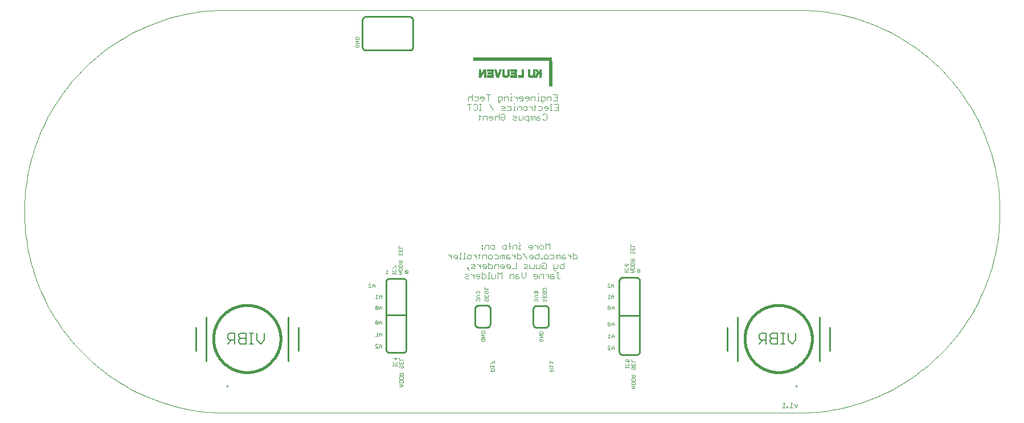
<source format=gbo>
G75*
%MOIN*%
%OFA0B0*%
%FSLAX25Y25*%
%IPPOS*%
%LPD*%
%AMOC8*
5,1,8,0,0,1.08239X$1,22.5*
%
%ADD10C,0.00000*%
%ADD11C,0.01600*%
%ADD12C,0.00700*%
%ADD13C,0.00300*%
%ADD14R,0.01750X0.00070*%
%ADD15R,0.01750X0.00070*%
%ADD16R,0.00560X0.00070*%
%ADD17R,0.01540X0.00070*%
%ADD18R,0.01540X0.00070*%
%ADD19R,0.01400X0.00070*%
%ADD20R,0.01260X0.00070*%
%ADD21R,0.03850X0.00070*%
%ADD22R,0.01540X0.00070*%
%ADD23R,0.02030X0.00070*%
%ADD24R,0.03430X0.00070*%
%ADD25R,0.02100X0.00070*%
%ADD26R,0.01680X0.00070*%
%ADD27R,0.01330X0.00070*%
%ADD28R,0.01610X0.00070*%
%ADD29R,0.02450X0.00070*%
%ADD30R,0.02380X0.00070*%
%ADD31R,0.01470X0.00070*%
%ADD32R,0.01260X0.00070*%
%ADD33R,0.03850X0.00070*%
%ADD34R,0.01680X0.00070*%
%ADD35R,0.02730X0.00070*%
%ADD36R,0.03430X0.00070*%
%ADD37R,0.01610X0.00070*%
%ADD38R,0.01330X0.00070*%
%ADD39R,0.01470X0.00070*%
%ADD40R,0.02870X0.00070*%
%ADD41R,0.02940X0.00070*%
%ADD42R,0.03080X0.00070*%
%ADD43R,0.01540X0.00070*%
%ADD44R,0.03290X0.00070*%
%ADD45R,0.03220X0.00070*%
%ADD46R,0.01820X0.00070*%
%ADD47R,0.03360X0.00070*%
%ADD48R,0.01820X0.00070*%
%ADD49R,0.03500X0.00070*%
%ADD50R,0.01890X0.00070*%
%ADD51R,0.03570X0.00070*%
%ADD52R,0.03640X0.00070*%
%ADD53R,0.01960X0.00070*%
%ADD54R,0.03710X0.00070*%
%ADD55R,0.03640X0.00070*%
%ADD56R,0.01960X0.00070*%
%ADD57R,0.03710X0.00070*%
%ADD58R,0.03780X0.00070*%
%ADD59R,0.02030X0.00070*%
%ADD60R,0.03920X0.00070*%
%ADD61R,0.03990X0.00070*%
%ADD62R,0.03920X0.00070*%
%ADD63R,0.01890X0.00070*%
%ADD64R,0.02170X0.00070*%
%ADD65R,0.02170X0.00070*%
%ADD66R,0.02240X0.00070*%
%ADD67R,0.02310X0.00070*%
%ADD68R,0.01470X0.00070*%
%ADD69R,0.02310X0.00070*%
%ADD70R,0.02100X0.00070*%
%ADD71R,0.02380X0.00070*%
%ADD72R,0.01400X0.00070*%
%ADD73R,0.02240X0.00070*%
%ADD74R,0.02450X0.00070*%
%ADD75R,0.02240X0.00070*%
%ADD76R,0.02520X0.00070*%
%ADD77R,0.02590X0.00070*%
%ADD78R,0.02590X0.00070*%
%ADD79R,0.03570X0.00070*%
%ADD80R,0.03570X0.00070*%
%ADD81R,0.03570X0.00070*%
%ADD82R,0.03290X0.00070*%
%ADD83R,0.01190X0.00070*%
%ADD84R,0.03290X0.00070*%
%ADD85R,0.01120X0.00070*%
%ADD86R,0.01120X0.00070*%
%ADD87R,0.03150X0.00070*%
%ADD88R,0.01190X0.00070*%
%ADD89R,0.03150X0.00070*%
%ADD90R,0.01120X0.00070*%
%ADD91R,0.03010X0.00070*%
%ADD92R,0.01120X0.00070*%
%ADD93R,0.02940X0.00070*%
%ADD94R,0.02870X0.00070*%
%ADD95R,0.02870X0.00070*%
%ADD96R,0.02800X0.00070*%
%ADD97R,0.02730X0.00070*%
%ADD98R,0.01470X0.00070*%
%ADD99R,0.03780X0.00070*%
%ADD100R,0.46270X0.00070*%
%ADD101R,0.46270X0.00070*%
%ADD102C,0.01000*%
%ADD103C,0.00400*%
D10*
X0191692Y0005402D02*
X0526337Y0005402D01*
X0644447Y0123513D02*
X0644413Y0126367D01*
X0644309Y0129219D01*
X0644137Y0132068D01*
X0643896Y0134912D01*
X0643586Y0137750D01*
X0643208Y0140579D01*
X0642761Y0143398D01*
X0642247Y0146205D01*
X0641664Y0148999D01*
X0641015Y0151779D01*
X0640298Y0154541D01*
X0639515Y0157286D01*
X0638666Y0160011D01*
X0637752Y0162715D01*
X0636772Y0165395D01*
X0635727Y0168052D01*
X0634619Y0170682D01*
X0633448Y0173285D01*
X0632214Y0175858D01*
X0630918Y0178401D01*
X0629561Y0180913D01*
X0628144Y0183390D01*
X0626668Y0185833D01*
X0625132Y0188239D01*
X0623540Y0190607D01*
X0621890Y0192936D01*
X0620185Y0195225D01*
X0618424Y0197472D01*
X0616610Y0199675D01*
X0614744Y0201834D01*
X0612825Y0203948D01*
X0610856Y0206014D01*
X0608838Y0208032D01*
X0606772Y0210001D01*
X0604658Y0211920D01*
X0602499Y0213786D01*
X0600296Y0215600D01*
X0598049Y0217361D01*
X0595760Y0219066D01*
X0593431Y0220716D01*
X0591063Y0222308D01*
X0588657Y0223844D01*
X0586214Y0225320D01*
X0583737Y0226737D01*
X0581225Y0228094D01*
X0578682Y0229390D01*
X0576109Y0230624D01*
X0573506Y0231795D01*
X0570876Y0232903D01*
X0568219Y0233948D01*
X0565539Y0234928D01*
X0562835Y0235842D01*
X0560110Y0236691D01*
X0557365Y0237474D01*
X0554603Y0238191D01*
X0551823Y0238840D01*
X0549029Y0239423D01*
X0546222Y0239937D01*
X0543403Y0240384D01*
X0540574Y0240762D01*
X0537736Y0241072D01*
X0534892Y0241313D01*
X0532043Y0241485D01*
X0529191Y0241589D01*
X0526337Y0241623D01*
X0191692Y0241623D01*
X0188838Y0241589D01*
X0185986Y0241485D01*
X0183137Y0241313D01*
X0180293Y0241072D01*
X0177455Y0240762D01*
X0174626Y0240384D01*
X0171807Y0239937D01*
X0169000Y0239423D01*
X0166206Y0238840D01*
X0163426Y0238191D01*
X0160664Y0237474D01*
X0157919Y0236691D01*
X0155194Y0235842D01*
X0152490Y0234928D01*
X0149810Y0233948D01*
X0147153Y0232903D01*
X0144523Y0231795D01*
X0141920Y0230624D01*
X0139347Y0229390D01*
X0136804Y0228094D01*
X0134292Y0226737D01*
X0131815Y0225320D01*
X0129372Y0223844D01*
X0126966Y0222308D01*
X0124598Y0220716D01*
X0122269Y0219066D01*
X0119980Y0217361D01*
X0117733Y0215600D01*
X0115530Y0213786D01*
X0113371Y0211920D01*
X0111257Y0210001D01*
X0109191Y0208032D01*
X0107173Y0206014D01*
X0105204Y0203948D01*
X0103285Y0201834D01*
X0101419Y0199675D01*
X0099605Y0197472D01*
X0097844Y0195225D01*
X0096139Y0192936D01*
X0094489Y0190607D01*
X0092897Y0188239D01*
X0091361Y0185833D01*
X0089885Y0183390D01*
X0088468Y0180913D01*
X0087111Y0178401D01*
X0085815Y0175858D01*
X0084581Y0173285D01*
X0083410Y0170682D01*
X0082302Y0168052D01*
X0081257Y0165395D01*
X0080277Y0162715D01*
X0079363Y0160011D01*
X0078514Y0157286D01*
X0077731Y0154541D01*
X0077014Y0151779D01*
X0076365Y0148999D01*
X0075782Y0146205D01*
X0075268Y0143398D01*
X0074821Y0140579D01*
X0074443Y0137750D01*
X0074133Y0134912D01*
X0073892Y0132068D01*
X0073720Y0129219D01*
X0073616Y0126367D01*
X0073582Y0123513D01*
X0073616Y0120659D01*
X0073720Y0117807D01*
X0073892Y0114958D01*
X0074133Y0112114D01*
X0074443Y0109276D01*
X0074821Y0106447D01*
X0075268Y0103628D01*
X0075782Y0100821D01*
X0076365Y0098027D01*
X0077014Y0095247D01*
X0077731Y0092485D01*
X0078514Y0089740D01*
X0079363Y0087015D01*
X0080277Y0084311D01*
X0081257Y0081631D01*
X0082302Y0078974D01*
X0083410Y0076344D01*
X0084581Y0073741D01*
X0085815Y0071168D01*
X0087111Y0068625D01*
X0088468Y0066113D01*
X0089885Y0063636D01*
X0091361Y0061193D01*
X0092897Y0058787D01*
X0094489Y0056419D01*
X0096139Y0054090D01*
X0097844Y0051801D01*
X0099605Y0049554D01*
X0101419Y0047351D01*
X0103285Y0045192D01*
X0105204Y0043078D01*
X0107173Y0041012D01*
X0109191Y0038994D01*
X0111257Y0037025D01*
X0113371Y0035106D01*
X0115530Y0033240D01*
X0117733Y0031426D01*
X0119980Y0029665D01*
X0122269Y0027960D01*
X0124598Y0026310D01*
X0126966Y0024718D01*
X0129372Y0023182D01*
X0131815Y0021706D01*
X0134292Y0020289D01*
X0136804Y0018932D01*
X0139347Y0017636D01*
X0141920Y0016402D01*
X0144523Y0015231D01*
X0147153Y0014123D01*
X0149810Y0013078D01*
X0152490Y0012098D01*
X0155194Y0011184D01*
X0157919Y0010335D01*
X0160664Y0009552D01*
X0163426Y0008835D01*
X0166206Y0008186D01*
X0169000Y0007603D01*
X0171807Y0007089D01*
X0174626Y0006642D01*
X0177455Y0006264D01*
X0180293Y0005954D01*
X0183137Y0005713D01*
X0185986Y0005541D01*
X0188838Y0005437D01*
X0191692Y0005403D01*
X0526337Y0005403D02*
X0529191Y0005437D01*
X0532043Y0005541D01*
X0534892Y0005713D01*
X0537736Y0005954D01*
X0540574Y0006264D01*
X0543403Y0006642D01*
X0546222Y0007089D01*
X0549029Y0007603D01*
X0551823Y0008186D01*
X0554603Y0008835D01*
X0557365Y0009552D01*
X0560110Y0010335D01*
X0562835Y0011184D01*
X0565539Y0012098D01*
X0568219Y0013078D01*
X0570876Y0014123D01*
X0573506Y0015231D01*
X0576109Y0016402D01*
X0578682Y0017636D01*
X0581225Y0018932D01*
X0583737Y0020289D01*
X0586214Y0021706D01*
X0588657Y0023182D01*
X0591063Y0024718D01*
X0593431Y0026310D01*
X0595760Y0027960D01*
X0598049Y0029665D01*
X0600296Y0031426D01*
X0602499Y0033240D01*
X0604658Y0035106D01*
X0606772Y0037025D01*
X0608838Y0038994D01*
X0610856Y0041012D01*
X0612825Y0043078D01*
X0614744Y0045192D01*
X0616610Y0047351D01*
X0618424Y0049554D01*
X0620185Y0051801D01*
X0621890Y0054090D01*
X0623540Y0056419D01*
X0625132Y0058787D01*
X0626668Y0061193D01*
X0628144Y0063636D01*
X0629561Y0066113D01*
X0630918Y0068625D01*
X0632214Y0071168D01*
X0633448Y0073741D01*
X0634619Y0076344D01*
X0635727Y0078974D01*
X0636772Y0081631D01*
X0637752Y0084311D01*
X0638666Y0087015D01*
X0639515Y0089740D01*
X0640298Y0092485D01*
X0641015Y0095247D01*
X0641664Y0098027D01*
X0642247Y0100821D01*
X0642761Y0103628D01*
X0643208Y0106447D01*
X0643586Y0109276D01*
X0643896Y0112114D01*
X0644137Y0114958D01*
X0644309Y0117807D01*
X0644413Y0120659D01*
X0644447Y0123513D01*
D11*
X0495215Y0048896D02*
X0495221Y0049379D01*
X0495239Y0049862D01*
X0495268Y0050344D01*
X0495310Y0050825D01*
X0495363Y0051306D01*
X0495428Y0051784D01*
X0495505Y0052261D01*
X0495593Y0052736D01*
X0495693Y0053209D01*
X0495805Y0053679D01*
X0495928Y0054146D01*
X0496063Y0054610D01*
X0496209Y0055071D01*
X0496366Y0055528D01*
X0496534Y0055981D01*
X0496713Y0056429D01*
X0496904Y0056873D01*
X0497105Y0057312D01*
X0497317Y0057747D01*
X0497539Y0058175D01*
X0497772Y0058599D01*
X0498016Y0059016D01*
X0498269Y0059427D01*
X0498533Y0059832D01*
X0498806Y0060231D01*
X0499089Y0060622D01*
X0499381Y0061007D01*
X0499683Y0061384D01*
X0499994Y0061754D01*
X0500314Y0062116D01*
X0500643Y0062470D01*
X0500981Y0062815D01*
X0501326Y0063153D01*
X0501680Y0063482D01*
X0502042Y0063802D01*
X0502412Y0064113D01*
X0502789Y0064415D01*
X0503174Y0064707D01*
X0503565Y0064990D01*
X0503964Y0065263D01*
X0504369Y0065527D01*
X0504780Y0065780D01*
X0505197Y0066024D01*
X0505621Y0066257D01*
X0506049Y0066479D01*
X0506484Y0066691D01*
X0506923Y0066892D01*
X0507367Y0067083D01*
X0507815Y0067262D01*
X0508268Y0067430D01*
X0508725Y0067587D01*
X0509186Y0067733D01*
X0509650Y0067868D01*
X0510117Y0067991D01*
X0510587Y0068103D01*
X0511060Y0068203D01*
X0511535Y0068291D01*
X0512012Y0068368D01*
X0512490Y0068433D01*
X0512971Y0068486D01*
X0513452Y0068528D01*
X0513934Y0068557D01*
X0514417Y0068575D01*
X0514900Y0068581D01*
X0515383Y0068575D01*
X0515866Y0068557D01*
X0516348Y0068528D01*
X0516829Y0068486D01*
X0517310Y0068433D01*
X0517788Y0068368D01*
X0518265Y0068291D01*
X0518740Y0068203D01*
X0519213Y0068103D01*
X0519683Y0067991D01*
X0520150Y0067868D01*
X0520614Y0067733D01*
X0521075Y0067587D01*
X0521532Y0067430D01*
X0521985Y0067262D01*
X0522433Y0067083D01*
X0522877Y0066892D01*
X0523316Y0066691D01*
X0523751Y0066479D01*
X0524179Y0066257D01*
X0524603Y0066024D01*
X0525020Y0065780D01*
X0525431Y0065527D01*
X0525836Y0065263D01*
X0526235Y0064990D01*
X0526626Y0064707D01*
X0527011Y0064415D01*
X0527388Y0064113D01*
X0527758Y0063802D01*
X0528120Y0063482D01*
X0528474Y0063153D01*
X0528819Y0062815D01*
X0529157Y0062470D01*
X0529486Y0062116D01*
X0529806Y0061754D01*
X0530117Y0061384D01*
X0530419Y0061007D01*
X0530711Y0060622D01*
X0530994Y0060231D01*
X0531267Y0059832D01*
X0531531Y0059427D01*
X0531784Y0059016D01*
X0532028Y0058599D01*
X0532261Y0058175D01*
X0532483Y0057747D01*
X0532695Y0057312D01*
X0532896Y0056873D01*
X0533087Y0056429D01*
X0533266Y0055981D01*
X0533434Y0055528D01*
X0533591Y0055071D01*
X0533737Y0054610D01*
X0533872Y0054146D01*
X0533995Y0053679D01*
X0534107Y0053209D01*
X0534207Y0052736D01*
X0534295Y0052261D01*
X0534372Y0051784D01*
X0534437Y0051306D01*
X0534490Y0050825D01*
X0534532Y0050344D01*
X0534561Y0049862D01*
X0534579Y0049379D01*
X0534585Y0048896D01*
X0534579Y0048413D01*
X0534561Y0047930D01*
X0534532Y0047448D01*
X0534490Y0046967D01*
X0534437Y0046486D01*
X0534372Y0046008D01*
X0534295Y0045531D01*
X0534207Y0045056D01*
X0534107Y0044583D01*
X0533995Y0044113D01*
X0533872Y0043646D01*
X0533737Y0043182D01*
X0533591Y0042721D01*
X0533434Y0042264D01*
X0533266Y0041811D01*
X0533087Y0041363D01*
X0532896Y0040919D01*
X0532695Y0040480D01*
X0532483Y0040045D01*
X0532261Y0039617D01*
X0532028Y0039193D01*
X0531784Y0038776D01*
X0531531Y0038365D01*
X0531267Y0037960D01*
X0530994Y0037561D01*
X0530711Y0037170D01*
X0530419Y0036785D01*
X0530117Y0036408D01*
X0529806Y0036038D01*
X0529486Y0035676D01*
X0529157Y0035322D01*
X0528819Y0034977D01*
X0528474Y0034639D01*
X0528120Y0034310D01*
X0527758Y0033990D01*
X0527388Y0033679D01*
X0527011Y0033377D01*
X0526626Y0033085D01*
X0526235Y0032802D01*
X0525836Y0032529D01*
X0525431Y0032265D01*
X0525020Y0032012D01*
X0524603Y0031768D01*
X0524179Y0031535D01*
X0523751Y0031313D01*
X0523316Y0031101D01*
X0522877Y0030900D01*
X0522433Y0030709D01*
X0521985Y0030530D01*
X0521532Y0030362D01*
X0521075Y0030205D01*
X0520614Y0030059D01*
X0520150Y0029924D01*
X0519683Y0029801D01*
X0519213Y0029689D01*
X0518740Y0029589D01*
X0518265Y0029501D01*
X0517788Y0029424D01*
X0517310Y0029359D01*
X0516829Y0029306D01*
X0516348Y0029264D01*
X0515866Y0029235D01*
X0515383Y0029217D01*
X0514900Y0029211D01*
X0514417Y0029217D01*
X0513934Y0029235D01*
X0513452Y0029264D01*
X0512971Y0029306D01*
X0512490Y0029359D01*
X0512012Y0029424D01*
X0511535Y0029501D01*
X0511060Y0029589D01*
X0510587Y0029689D01*
X0510117Y0029801D01*
X0509650Y0029924D01*
X0509186Y0030059D01*
X0508725Y0030205D01*
X0508268Y0030362D01*
X0507815Y0030530D01*
X0507367Y0030709D01*
X0506923Y0030900D01*
X0506484Y0031101D01*
X0506049Y0031313D01*
X0505621Y0031535D01*
X0505197Y0031768D01*
X0504780Y0032012D01*
X0504369Y0032265D01*
X0503964Y0032529D01*
X0503565Y0032802D01*
X0503174Y0033085D01*
X0502789Y0033377D01*
X0502412Y0033679D01*
X0502042Y0033990D01*
X0501680Y0034310D01*
X0501326Y0034639D01*
X0500981Y0034977D01*
X0500643Y0035322D01*
X0500314Y0035676D01*
X0499994Y0036038D01*
X0499683Y0036408D01*
X0499381Y0036785D01*
X0499089Y0037170D01*
X0498806Y0037561D01*
X0498533Y0037960D01*
X0498269Y0038365D01*
X0498016Y0038776D01*
X0497772Y0039193D01*
X0497539Y0039617D01*
X0497317Y0040045D01*
X0497105Y0040480D01*
X0496904Y0040919D01*
X0496713Y0041363D01*
X0496534Y0041811D01*
X0496366Y0042264D01*
X0496209Y0042721D01*
X0496063Y0043182D01*
X0495928Y0043646D01*
X0495805Y0044113D01*
X0495693Y0044583D01*
X0495593Y0045056D01*
X0495505Y0045531D01*
X0495428Y0046008D01*
X0495363Y0046486D01*
X0495310Y0046967D01*
X0495268Y0047448D01*
X0495239Y0047930D01*
X0495221Y0048413D01*
X0495215Y0048896D01*
X0184192Y0048896D02*
X0184198Y0049379D01*
X0184216Y0049862D01*
X0184245Y0050344D01*
X0184287Y0050825D01*
X0184340Y0051306D01*
X0184405Y0051784D01*
X0184482Y0052261D01*
X0184570Y0052736D01*
X0184670Y0053209D01*
X0184782Y0053679D01*
X0184905Y0054146D01*
X0185040Y0054610D01*
X0185186Y0055071D01*
X0185343Y0055528D01*
X0185511Y0055981D01*
X0185690Y0056429D01*
X0185881Y0056873D01*
X0186082Y0057312D01*
X0186294Y0057747D01*
X0186516Y0058175D01*
X0186749Y0058599D01*
X0186993Y0059016D01*
X0187246Y0059427D01*
X0187510Y0059832D01*
X0187783Y0060231D01*
X0188066Y0060622D01*
X0188358Y0061007D01*
X0188660Y0061384D01*
X0188971Y0061754D01*
X0189291Y0062116D01*
X0189620Y0062470D01*
X0189958Y0062815D01*
X0190303Y0063153D01*
X0190657Y0063482D01*
X0191019Y0063802D01*
X0191389Y0064113D01*
X0191766Y0064415D01*
X0192151Y0064707D01*
X0192542Y0064990D01*
X0192941Y0065263D01*
X0193346Y0065527D01*
X0193757Y0065780D01*
X0194174Y0066024D01*
X0194598Y0066257D01*
X0195026Y0066479D01*
X0195461Y0066691D01*
X0195900Y0066892D01*
X0196344Y0067083D01*
X0196792Y0067262D01*
X0197245Y0067430D01*
X0197702Y0067587D01*
X0198163Y0067733D01*
X0198627Y0067868D01*
X0199094Y0067991D01*
X0199564Y0068103D01*
X0200037Y0068203D01*
X0200512Y0068291D01*
X0200989Y0068368D01*
X0201467Y0068433D01*
X0201948Y0068486D01*
X0202429Y0068528D01*
X0202911Y0068557D01*
X0203394Y0068575D01*
X0203877Y0068581D01*
X0204360Y0068575D01*
X0204843Y0068557D01*
X0205325Y0068528D01*
X0205806Y0068486D01*
X0206287Y0068433D01*
X0206765Y0068368D01*
X0207242Y0068291D01*
X0207717Y0068203D01*
X0208190Y0068103D01*
X0208660Y0067991D01*
X0209127Y0067868D01*
X0209591Y0067733D01*
X0210052Y0067587D01*
X0210509Y0067430D01*
X0210962Y0067262D01*
X0211410Y0067083D01*
X0211854Y0066892D01*
X0212293Y0066691D01*
X0212728Y0066479D01*
X0213156Y0066257D01*
X0213580Y0066024D01*
X0213997Y0065780D01*
X0214408Y0065527D01*
X0214813Y0065263D01*
X0215212Y0064990D01*
X0215603Y0064707D01*
X0215988Y0064415D01*
X0216365Y0064113D01*
X0216735Y0063802D01*
X0217097Y0063482D01*
X0217451Y0063153D01*
X0217796Y0062815D01*
X0218134Y0062470D01*
X0218463Y0062116D01*
X0218783Y0061754D01*
X0219094Y0061384D01*
X0219396Y0061007D01*
X0219688Y0060622D01*
X0219971Y0060231D01*
X0220244Y0059832D01*
X0220508Y0059427D01*
X0220761Y0059016D01*
X0221005Y0058599D01*
X0221238Y0058175D01*
X0221460Y0057747D01*
X0221672Y0057312D01*
X0221873Y0056873D01*
X0222064Y0056429D01*
X0222243Y0055981D01*
X0222411Y0055528D01*
X0222568Y0055071D01*
X0222714Y0054610D01*
X0222849Y0054146D01*
X0222972Y0053679D01*
X0223084Y0053209D01*
X0223184Y0052736D01*
X0223272Y0052261D01*
X0223349Y0051784D01*
X0223414Y0051306D01*
X0223467Y0050825D01*
X0223509Y0050344D01*
X0223538Y0049862D01*
X0223556Y0049379D01*
X0223562Y0048896D01*
X0223556Y0048413D01*
X0223538Y0047930D01*
X0223509Y0047448D01*
X0223467Y0046967D01*
X0223414Y0046486D01*
X0223349Y0046008D01*
X0223272Y0045531D01*
X0223184Y0045056D01*
X0223084Y0044583D01*
X0222972Y0044113D01*
X0222849Y0043646D01*
X0222714Y0043182D01*
X0222568Y0042721D01*
X0222411Y0042264D01*
X0222243Y0041811D01*
X0222064Y0041363D01*
X0221873Y0040919D01*
X0221672Y0040480D01*
X0221460Y0040045D01*
X0221238Y0039617D01*
X0221005Y0039193D01*
X0220761Y0038776D01*
X0220508Y0038365D01*
X0220244Y0037960D01*
X0219971Y0037561D01*
X0219688Y0037170D01*
X0219396Y0036785D01*
X0219094Y0036408D01*
X0218783Y0036038D01*
X0218463Y0035676D01*
X0218134Y0035322D01*
X0217796Y0034977D01*
X0217451Y0034639D01*
X0217097Y0034310D01*
X0216735Y0033990D01*
X0216365Y0033679D01*
X0215988Y0033377D01*
X0215603Y0033085D01*
X0215212Y0032802D01*
X0214813Y0032529D01*
X0214408Y0032265D01*
X0213997Y0032012D01*
X0213580Y0031768D01*
X0213156Y0031535D01*
X0212728Y0031313D01*
X0212293Y0031101D01*
X0211854Y0030900D01*
X0211410Y0030709D01*
X0210962Y0030530D01*
X0210509Y0030362D01*
X0210052Y0030205D01*
X0209591Y0030059D01*
X0209127Y0029924D01*
X0208660Y0029801D01*
X0208190Y0029689D01*
X0207717Y0029589D01*
X0207242Y0029501D01*
X0206765Y0029424D01*
X0206287Y0029359D01*
X0205806Y0029306D01*
X0205325Y0029264D01*
X0204843Y0029235D01*
X0204360Y0029217D01*
X0203877Y0029211D01*
X0203394Y0029217D01*
X0202911Y0029235D01*
X0202429Y0029264D01*
X0201948Y0029306D01*
X0201467Y0029359D01*
X0200989Y0029424D01*
X0200512Y0029501D01*
X0200037Y0029589D01*
X0199564Y0029689D01*
X0199094Y0029801D01*
X0198627Y0029924D01*
X0198163Y0030059D01*
X0197702Y0030205D01*
X0197245Y0030362D01*
X0196792Y0030530D01*
X0196344Y0030709D01*
X0195900Y0030900D01*
X0195461Y0031101D01*
X0195026Y0031313D01*
X0194598Y0031535D01*
X0194174Y0031768D01*
X0193757Y0032012D01*
X0193346Y0032265D01*
X0192941Y0032529D01*
X0192542Y0032802D01*
X0192151Y0033085D01*
X0191766Y0033377D01*
X0191389Y0033679D01*
X0191019Y0033990D01*
X0190657Y0034310D01*
X0190303Y0034639D01*
X0189958Y0034977D01*
X0189620Y0035322D01*
X0189291Y0035676D01*
X0188971Y0036038D01*
X0188660Y0036408D01*
X0188358Y0036785D01*
X0188066Y0037170D01*
X0187783Y0037561D01*
X0187510Y0037960D01*
X0187246Y0038365D01*
X0186993Y0038776D01*
X0186749Y0039193D01*
X0186516Y0039617D01*
X0186294Y0040045D01*
X0186082Y0040480D01*
X0185881Y0040919D01*
X0185690Y0041363D01*
X0185511Y0041811D01*
X0185343Y0042264D01*
X0185186Y0042721D01*
X0185040Y0043182D01*
X0184905Y0043646D01*
X0184782Y0044113D01*
X0184670Y0044583D01*
X0184570Y0045056D01*
X0184482Y0045531D01*
X0184405Y0046008D01*
X0184340Y0046486D01*
X0184287Y0046967D01*
X0184245Y0047448D01*
X0184216Y0047930D01*
X0184198Y0048413D01*
X0184192Y0048896D01*
D12*
X0192558Y0049102D02*
X0192558Y0051204D01*
X0193609Y0052255D01*
X0196762Y0052255D01*
X0196762Y0045949D01*
X0196762Y0048051D02*
X0193609Y0048051D01*
X0192558Y0049102D01*
X0194660Y0048051D02*
X0192558Y0045949D01*
X0199004Y0047000D02*
X0199004Y0048051D01*
X0200055Y0049102D01*
X0203208Y0049102D01*
X0203208Y0045949D02*
X0203208Y0052255D01*
X0200055Y0052255D01*
X0199004Y0051204D01*
X0199004Y0050153D01*
X0200055Y0049102D01*
X0199004Y0047000D02*
X0200055Y0045949D01*
X0203208Y0045949D01*
X0205403Y0045949D02*
X0207505Y0045949D01*
X0206454Y0045949D02*
X0206454Y0052255D01*
X0207505Y0052255D02*
X0205403Y0052255D01*
X0209746Y0052255D02*
X0209746Y0048051D01*
X0211848Y0045949D01*
X0213950Y0048051D01*
X0213950Y0052255D01*
X0503582Y0051204D02*
X0503582Y0049102D01*
X0504633Y0048051D01*
X0507786Y0048051D01*
X0507786Y0045949D02*
X0507786Y0052255D01*
X0504633Y0052255D01*
X0503582Y0051204D01*
X0505684Y0048051D02*
X0503582Y0045949D01*
X0510028Y0047000D02*
X0510028Y0048051D01*
X0511078Y0049102D01*
X0514231Y0049102D01*
X0511078Y0049102D02*
X0510028Y0050153D01*
X0510028Y0051204D01*
X0511078Y0052255D01*
X0514231Y0052255D01*
X0514231Y0045949D01*
X0511078Y0045949D01*
X0510028Y0047000D01*
X0516426Y0045949D02*
X0518528Y0045949D01*
X0517477Y0045949D02*
X0517477Y0052255D01*
X0518528Y0052255D02*
X0516426Y0052255D01*
X0520770Y0052255D02*
X0520770Y0048051D01*
X0522872Y0045949D01*
X0524974Y0048051D01*
X0524974Y0052255D01*
D13*
X0525272Y0021838D02*
X0525272Y0020437D01*
X0525972Y0021138D02*
X0524571Y0021138D01*
X0430978Y0020593D02*
X0430277Y0021294D01*
X0428876Y0021294D01*
X0428876Y0022102D02*
X0428876Y0023153D01*
X0429226Y0023503D01*
X0430628Y0023503D01*
X0430978Y0023153D01*
X0430978Y0022102D01*
X0428876Y0022102D01*
X0429927Y0021294D02*
X0429927Y0019892D01*
X0430277Y0019892D02*
X0430978Y0020593D01*
X0430277Y0019892D02*
X0428876Y0019892D01*
X0428876Y0024312D02*
X0428876Y0025363D01*
X0429226Y0025713D01*
X0430628Y0025713D01*
X0430978Y0025363D01*
X0430978Y0024312D01*
X0428876Y0024312D01*
X0428876Y0026522D02*
X0430978Y0026522D01*
X0430978Y0027573D01*
X0430628Y0027923D01*
X0429927Y0027923D01*
X0429577Y0027573D01*
X0429577Y0026522D01*
X0429577Y0027223D02*
X0428876Y0027923D01*
X0429226Y0030942D02*
X0428876Y0031292D01*
X0428876Y0031993D01*
X0429226Y0032343D01*
X0429577Y0032343D01*
X0429927Y0031993D01*
X0429927Y0031292D01*
X0430277Y0030942D01*
X0430628Y0030942D01*
X0430978Y0031292D01*
X0430978Y0031993D01*
X0430628Y0032343D01*
X0430978Y0033152D02*
X0428876Y0033152D01*
X0428876Y0034553D01*
X0428876Y0035362D02*
X0428876Y0036763D01*
X0428876Y0035362D02*
X0430978Y0035362D01*
X0430978Y0034553D02*
X0430978Y0033152D01*
X0429927Y0033152D02*
X0429927Y0033852D01*
X0427378Y0033502D02*
X0427028Y0033152D01*
X0425626Y0033152D01*
X0425276Y0033502D01*
X0425276Y0034203D01*
X0425626Y0034553D01*
X0425626Y0035362D02*
X0425276Y0035712D01*
X0425276Y0036412D01*
X0425626Y0036763D01*
X0426327Y0036763D01*
X0426677Y0036412D01*
X0426677Y0036062D01*
X0426327Y0035362D01*
X0427378Y0035362D01*
X0427378Y0036763D01*
X0427028Y0034553D02*
X0427378Y0034203D01*
X0427378Y0033502D01*
X0427378Y0032379D02*
X0427378Y0031678D01*
X0427378Y0032029D02*
X0425276Y0032029D01*
X0425276Y0032379D02*
X0425276Y0031678D01*
X0418566Y0042602D02*
X0418566Y0044003D01*
X0417865Y0044704D01*
X0417165Y0044003D01*
X0417165Y0042602D01*
X0416356Y0042602D02*
X0414955Y0044003D01*
X0414955Y0044353D01*
X0415305Y0044704D01*
X0416006Y0044704D01*
X0416356Y0044353D01*
X0417165Y0043653D02*
X0418566Y0043653D01*
X0416356Y0042602D02*
X0414955Y0042602D01*
X0414955Y0049492D02*
X0416356Y0049492D01*
X0415655Y0049492D02*
X0415655Y0051593D01*
X0416356Y0050893D01*
X0417165Y0050893D02*
X0417165Y0049492D01*
X0417165Y0050542D02*
X0418566Y0050542D01*
X0418566Y0050893D02*
X0417865Y0051593D01*
X0417165Y0050893D01*
X0418566Y0050893D02*
X0418566Y0049492D01*
X0418566Y0056381D02*
X0418566Y0057782D01*
X0417865Y0058483D01*
X0417165Y0057782D01*
X0417165Y0056381D01*
X0416356Y0056732D02*
X0414955Y0058133D01*
X0414955Y0056732D01*
X0415305Y0056381D01*
X0416006Y0056381D01*
X0416356Y0056732D01*
X0416356Y0058133D01*
X0416006Y0058483D01*
X0415305Y0058483D01*
X0414955Y0058133D01*
X0417165Y0057432D02*
X0418566Y0057432D01*
X0418566Y0066224D02*
X0418566Y0067625D01*
X0417865Y0068326D01*
X0417165Y0067625D01*
X0417165Y0066224D01*
X0416356Y0066574D02*
X0414955Y0067975D01*
X0414955Y0066574D01*
X0415305Y0066224D01*
X0416006Y0066224D01*
X0416356Y0066574D01*
X0416356Y0067975D01*
X0416006Y0068326D01*
X0415305Y0068326D01*
X0414955Y0067975D01*
X0417165Y0067275D02*
X0418566Y0067275D01*
X0418443Y0072621D02*
X0418443Y0074023D01*
X0417742Y0074723D01*
X0417042Y0074023D01*
X0417042Y0072621D01*
X0416233Y0072621D02*
X0414832Y0072621D01*
X0415532Y0072621D02*
X0415532Y0074723D01*
X0416233Y0074023D01*
X0417042Y0073672D02*
X0418443Y0073672D01*
X0418443Y0079142D02*
X0418443Y0080543D01*
X0417742Y0081244D01*
X0417042Y0080543D01*
X0417042Y0079142D01*
X0416233Y0079142D02*
X0414832Y0080543D01*
X0414832Y0080894D01*
X0415182Y0081244D01*
X0415883Y0081244D01*
X0416233Y0080894D01*
X0417042Y0080193D02*
X0418443Y0080193D01*
X0416233Y0079142D02*
X0414832Y0079142D01*
X0424848Y0087744D02*
X0424848Y0088445D01*
X0424848Y0088094D02*
X0426950Y0088094D01*
X0426950Y0087744D02*
X0426950Y0088445D01*
X0426600Y0089217D02*
X0425199Y0089217D01*
X0424848Y0089567D01*
X0424848Y0090268D01*
X0425199Y0090618D01*
X0425199Y0091427D02*
X0424848Y0091777D01*
X0424848Y0092478D01*
X0425199Y0092828D01*
X0425549Y0092828D01*
X0425899Y0092478D01*
X0425899Y0091427D01*
X0425199Y0091427D01*
X0425899Y0091427D02*
X0426600Y0092128D01*
X0426950Y0092828D01*
X0428448Y0093215D02*
X0428799Y0093565D01*
X0430200Y0093565D01*
X0430550Y0093215D01*
X0430550Y0092164D01*
X0428448Y0092164D01*
X0428448Y0093215D01*
X0428448Y0094374D02*
X0430550Y0094374D01*
X0430550Y0095424D01*
X0430200Y0095775D01*
X0429499Y0095775D01*
X0429149Y0095424D01*
X0429149Y0094374D01*
X0429149Y0095074D02*
X0428448Y0095775D01*
X0428799Y0098793D02*
X0428448Y0099144D01*
X0428448Y0099844D01*
X0428799Y0100195D01*
X0429149Y0100195D01*
X0429499Y0099844D01*
X0429499Y0099144D01*
X0429849Y0098793D01*
X0430200Y0098793D01*
X0430550Y0099144D01*
X0430550Y0099844D01*
X0430200Y0100195D01*
X0430550Y0101003D02*
X0428448Y0101003D01*
X0428448Y0102404D01*
X0428448Y0103213D02*
X0428448Y0104614D01*
X0428448Y0103213D02*
X0430550Y0103213D01*
X0430550Y0102404D02*
X0430550Y0101003D01*
X0429499Y0101003D02*
X0429499Y0101704D01*
X0428799Y0091355D02*
X0430200Y0091355D01*
X0430550Y0091005D01*
X0430550Y0089954D01*
X0428448Y0089954D01*
X0428448Y0091005D01*
X0428799Y0091355D01*
X0426950Y0090268D02*
X0426950Y0089567D01*
X0426600Y0089217D01*
X0426950Y0090268D02*
X0426600Y0090618D01*
X0428448Y0089145D02*
X0429849Y0089145D01*
X0430550Y0088445D01*
X0429849Y0087744D01*
X0428448Y0087744D01*
X0429499Y0087744D02*
X0429499Y0089145D01*
X0432297Y0089629D02*
X0433699Y0088228D01*
X0433348Y0087877D01*
X0432648Y0087877D01*
X0432297Y0088228D01*
X0432297Y0089629D01*
X0432648Y0089979D01*
X0433348Y0089979D01*
X0433699Y0089629D01*
X0433699Y0088228D01*
X0396886Y0096310D02*
X0396886Y0097478D01*
X0396302Y0098062D01*
X0394550Y0098062D01*
X0393387Y0098062D02*
X0393387Y0095726D01*
X0394550Y0095726D02*
X0396302Y0095726D01*
X0396886Y0096310D01*
X0394550Y0095726D02*
X0394550Y0099229D01*
X0392219Y0098062D02*
X0391635Y0098062D01*
X0392219Y0098062D02*
X0393387Y0096894D01*
X0390471Y0096310D02*
X0389887Y0096894D01*
X0388136Y0096894D01*
X0388136Y0097478D02*
X0388136Y0095726D01*
X0389887Y0095726D01*
X0390471Y0096310D01*
X0389887Y0098062D02*
X0388720Y0098062D01*
X0388136Y0097478D01*
X0386972Y0098062D02*
X0386972Y0095726D01*
X0385804Y0095726D02*
X0385804Y0097478D01*
X0385221Y0098062D01*
X0384637Y0097478D01*
X0384637Y0095726D01*
X0383473Y0096310D02*
X0382889Y0095726D01*
X0381138Y0095726D01*
X0379974Y0096310D02*
X0379390Y0095726D01*
X0378223Y0095726D01*
X0377639Y0096310D01*
X0377639Y0097478D01*
X0378223Y0098062D01*
X0379390Y0098062D01*
X0379974Y0097478D01*
X0379974Y0096310D01*
X0381138Y0098062D02*
X0382889Y0098062D01*
X0383473Y0097478D01*
X0383473Y0096310D01*
X0385804Y0097478D02*
X0386388Y0098062D01*
X0386972Y0098062D01*
X0380849Y0101426D02*
X0380849Y0104929D01*
X0379681Y0103762D01*
X0378513Y0104929D01*
X0378513Y0101426D01*
X0377350Y0102010D02*
X0376766Y0101426D01*
X0375598Y0101426D01*
X0375014Y0102010D01*
X0375014Y0103178D01*
X0375598Y0103762D01*
X0376766Y0103762D01*
X0377350Y0103178D01*
X0377350Y0102010D01*
X0373851Y0101426D02*
X0373851Y0103762D01*
X0373851Y0102594D02*
X0372683Y0103762D01*
X0372099Y0103762D01*
X0370935Y0103178D02*
X0370351Y0103762D01*
X0369184Y0103762D01*
X0368600Y0103178D01*
X0368600Y0102594D01*
X0370935Y0102594D01*
X0370935Y0102010D02*
X0370935Y0103178D01*
X0370935Y0102010D02*
X0370351Y0101426D01*
X0369184Y0101426D01*
X0369475Y0098062D02*
X0368891Y0097478D01*
X0368891Y0096894D01*
X0371227Y0096894D01*
X0371227Y0097478D02*
X0370643Y0098062D01*
X0369475Y0098062D01*
X0371227Y0097478D02*
X0371227Y0096310D01*
X0370643Y0095726D01*
X0369475Y0095726D01*
X0367728Y0095726D02*
X0365392Y0099229D01*
X0363645Y0098062D02*
X0364229Y0097478D01*
X0364229Y0096310D01*
X0363645Y0095726D01*
X0361893Y0095726D01*
X0361893Y0099229D01*
X0361893Y0098062D02*
X0363645Y0098062D01*
X0360730Y0098062D02*
X0360730Y0095726D01*
X0360730Y0096894D02*
X0359562Y0098062D01*
X0358978Y0098062D01*
X0357230Y0098062D02*
X0356062Y0098062D01*
X0355479Y0097478D01*
X0355479Y0095726D01*
X0357230Y0095726D01*
X0357814Y0096310D01*
X0357230Y0096894D01*
X0355479Y0096894D01*
X0354315Y0095726D02*
X0354315Y0098062D01*
X0353731Y0098062D01*
X0353147Y0097478D01*
X0352563Y0098062D01*
X0351980Y0097478D01*
X0351980Y0095726D01*
X0353147Y0095726D02*
X0353147Y0097478D01*
X0350816Y0097478D02*
X0350816Y0096310D01*
X0350232Y0095726D01*
X0348481Y0095726D01*
X0347317Y0096310D02*
X0346733Y0095726D01*
X0345565Y0095726D01*
X0344982Y0096310D01*
X0344982Y0097478D01*
X0345565Y0098062D01*
X0346733Y0098062D01*
X0347317Y0097478D01*
X0347317Y0096310D01*
X0348481Y0098062D02*
X0350232Y0098062D01*
X0350816Y0097478D01*
X0350816Y0092362D02*
X0349064Y0092362D01*
X0348481Y0091778D01*
X0348481Y0090026D01*
X0347317Y0090610D02*
X0347317Y0091778D01*
X0346733Y0092362D01*
X0344982Y0092362D01*
X0344982Y0093529D02*
X0344982Y0090026D01*
X0346733Y0090026D01*
X0347317Y0090610D01*
X0345859Y0087829D02*
X0345275Y0087829D01*
X0345275Y0084326D01*
X0345859Y0084326D02*
X0344691Y0084326D01*
X0343526Y0084910D02*
X0343526Y0086078D01*
X0342943Y0086662D01*
X0341191Y0086662D01*
X0341191Y0087829D02*
X0341191Y0084326D01*
X0342943Y0084326D01*
X0343526Y0084910D01*
X0340027Y0084910D02*
X0340027Y0086078D01*
X0339444Y0086662D01*
X0338276Y0086662D01*
X0337692Y0086078D01*
X0337692Y0085494D01*
X0340027Y0085494D01*
X0340027Y0084910D02*
X0339444Y0084326D01*
X0338276Y0084326D01*
X0336528Y0084326D02*
X0336528Y0086662D01*
X0335361Y0086662D02*
X0334777Y0086662D01*
X0335361Y0086662D02*
X0336528Y0085494D01*
X0333613Y0086078D02*
X0333029Y0086662D01*
X0331277Y0086662D01*
X0331861Y0085494D02*
X0333029Y0085494D01*
X0333613Y0086078D01*
X0333613Y0084326D02*
X0331861Y0084326D01*
X0331277Y0084910D01*
X0331861Y0085494D01*
X0333904Y0088859D02*
X0332737Y0090026D01*
X0333320Y0090026D01*
X0333320Y0090610D01*
X0332737Y0090610D01*
X0332737Y0090026D01*
X0335068Y0090610D02*
X0335652Y0091194D01*
X0336819Y0091194D01*
X0337403Y0091778D01*
X0336819Y0092362D01*
X0335068Y0092362D01*
X0335068Y0090610D02*
X0335652Y0090026D01*
X0337403Y0090026D01*
X0338567Y0092362D02*
X0339151Y0092362D01*
X0340319Y0091194D01*
X0341483Y0091194D02*
X0343818Y0091194D01*
X0343818Y0091778D02*
X0343234Y0092362D01*
X0342066Y0092362D01*
X0341483Y0091778D01*
X0341483Y0091194D01*
X0342066Y0090026D02*
X0343234Y0090026D01*
X0343818Y0090610D01*
X0343818Y0091778D01*
X0340319Y0092362D02*
X0340319Y0090026D01*
X0347023Y0086662D02*
X0347023Y0084326D01*
X0348774Y0084326D01*
X0349358Y0084910D01*
X0349358Y0086662D01*
X0350522Y0087829D02*
X0350522Y0084326D01*
X0352857Y0084326D02*
X0352857Y0087829D01*
X0351689Y0086662D01*
X0350522Y0087829D01*
X0350816Y0090026D02*
X0350816Y0092362D01*
X0351980Y0091778D02*
X0352563Y0092362D01*
X0353731Y0092362D01*
X0354315Y0091778D01*
X0354315Y0090610D01*
X0353731Y0090026D01*
X0352563Y0090026D01*
X0351980Y0091194D02*
X0354315Y0091194D01*
X0355479Y0091194D02*
X0357814Y0091194D01*
X0357814Y0091778D02*
X0357230Y0092362D01*
X0356062Y0092362D01*
X0355479Y0091778D01*
X0355479Y0091194D01*
X0356062Y0090026D02*
X0357230Y0090026D01*
X0357814Y0090610D01*
X0357814Y0091778D01*
X0358978Y0090026D02*
X0361313Y0090026D01*
X0361313Y0093529D01*
X0365975Y0092362D02*
X0367727Y0092362D01*
X0368311Y0091778D01*
X0367727Y0091194D01*
X0366559Y0091194D01*
X0365975Y0090610D01*
X0366559Y0090026D01*
X0368311Y0090026D01*
X0369474Y0090026D02*
X0369474Y0092362D01*
X0369474Y0090026D02*
X0371226Y0090026D01*
X0371810Y0090610D01*
X0371810Y0092362D01*
X0372973Y0092362D02*
X0372973Y0090026D01*
X0374725Y0090026D01*
X0375309Y0090610D01*
X0375309Y0092362D01*
X0376472Y0092945D02*
X0377056Y0093529D01*
X0378224Y0093529D01*
X0378808Y0092945D01*
X0378808Y0090610D01*
X0378224Y0090026D01*
X0377056Y0090026D01*
X0376472Y0090610D01*
X0376472Y0091778D01*
X0377640Y0091778D01*
X0377350Y0086662D02*
X0375598Y0086662D01*
X0375014Y0086078D01*
X0375014Y0084326D01*
X0373851Y0084910D02*
X0373851Y0086078D01*
X0373267Y0086662D01*
X0372099Y0086662D01*
X0371516Y0086078D01*
X0371516Y0085494D01*
X0373851Y0085494D01*
X0373851Y0084910D02*
X0373267Y0084326D01*
X0372099Y0084326D01*
X0377350Y0084326D02*
X0377350Y0086662D01*
X0378514Y0086662D02*
X0379098Y0086662D01*
X0380266Y0085494D01*
X0381429Y0085494D02*
X0383181Y0085494D01*
X0383765Y0084910D01*
X0383181Y0084326D01*
X0381429Y0084326D01*
X0381429Y0086078D01*
X0382013Y0086662D01*
X0383181Y0086662D01*
X0384928Y0087829D02*
X0386096Y0087829D01*
X0385512Y0087829D02*
X0385512Y0084910D01*
X0386096Y0084326D01*
X0386680Y0084326D01*
X0387264Y0084910D01*
X0384638Y0088859D02*
X0384054Y0088859D01*
X0383470Y0089442D01*
X0383470Y0092362D01*
X0385806Y0092362D02*
X0385806Y0090610D01*
X0385222Y0090026D01*
X0383470Y0090026D01*
X0386969Y0090610D02*
X0386969Y0091778D01*
X0387553Y0092362D01*
X0389305Y0092362D01*
X0389305Y0093529D02*
X0389305Y0090026D01*
X0387553Y0090026D01*
X0386969Y0090610D01*
X0380266Y0086662D02*
X0380266Y0084326D01*
X0366853Y0085494D02*
X0366853Y0087829D01*
X0366853Y0085494D02*
X0365685Y0084326D01*
X0364518Y0085494D01*
X0364518Y0087829D01*
X0362770Y0086662D02*
X0361602Y0086662D01*
X0361019Y0086078D01*
X0361019Y0084326D01*
X0362770Y0084326D01*
X0363354Y0084910D01*
X0362770Y0085494D01*
X0361019Y0085494D01*
X0359855Y0084326D02*
X0359855Y0086662D01*
X0358103Y0086662D01*
X0357520Y0086078D01*
X0357520Y0084326D01*
X0351980Y0091194D02*
X0351980Y0091778D01*
X0343818Y0095726D02*
X0343818Y0098062D01*
X0342066Y0098062D01*
X0341483Y0097478D01*
X0341483Y0095726D01*
X0339735Y0096310D02*
X0339151Y0095726D01*
X0339735Y0096310D02*
X0339735Y0098645D01*
X0340319Y0098062D02*
X0339151Y0098062D01*
X0337986Y0098062D02*
X0337986Y0095726D01*
X0337986Y0096894D02*
X0336819Y0098062D01*
X0336235Y0098062D01*
X0335070Y0097478D02*
X0334487Y0098062D01*
X0333319Y0098062D01*
X0332735Y0097478D01*
X0332735Y0096310D01*
X0333319Y0095726D01*
X0334487Y0095726D01*
X0335070Y0096310D01*
X0335070Y0097478D01*
X0331572Y0099229D02*
X0330988Y0099229D01*
X0330988Y0095726D01*
X0331572Y0095726D02*
X0330404Y0095726D01*
X0329239Y0095726D02*
X0328071Y0095726D01*
X0328655Y0095726D02*
X0328655Y0099229D01*
X0329239Y0099229D01*
X0326906Y0097478D02*
X0326322Y0098062D01*
X0325155Y0098062D01*
X0324571Y0097478D01*
X0324571Y0096894D01*
X0326906Y0096894D01*
X0326906Y0096310D02*
X0326906Y0097478D01*
X0326906Y0096310D02*
X0326322Y0095726D01*
X0325155Y0095726D01*
X0323407Y0095726D02*
X0323407Y0098062D01*
X0322240Y0098062D02*
X0321656Y0098062D01*
X0322240Y0098062D02*
X0323407Y0096894D01*
X0341193Y0101426D02*
X0341777Y0101426D01*
X0341777Y0102010D01*
X0341193Y0102010D01*
X0341193Y0101426D01*
X0342940Y0101426D02*
X0342940Y0103178D01*
X0343524Y0103762D01*
X0345276Y0103762D01*
X0345276Y0101426D01*
X0346439Y0102010D02*
X0346439Y0103178D01*
X0347023Y0103762D01*
X0348191Y0103762D01*
X0348775Y0103178D01*
X0348775Y0102010D01*
X0348191Y0101426D01*
X0347023Y0101426D01*
X0346439Y0102010D01*
X0341777Y0103178D02*
X0341777Y0103762D01*
X0341193Y0103762D01*
X0341193Y0103178D01*
X0341777Y0103178D01*
X0353437Y0103178D02*
X0353437Y0102010D01*
X0354021Y0101426D01*
X0355189Y0101426D01*
X0355773Y0102010D01*
X0355773Y0103178D01*
X0355189Y0103762D01*
X0354021Y0103762D01*
X0353437Y0103178D01*
X0356938Y0103178D02*
X0358105Y0103178D01*
X0359269Y0103178D02*
X0359269Y0101426D01*
X0357522Y0101426D02*
X0357522Y0104345D01*
X0356938Y0104929D01*
X0359269Y0103178D02*
X0359853Y0103762D01*
X0361604Y0103762D01*
X0361604Y0101426D01*
X0362769Y0101426D02*
X0363937Y0101426D01*
X0363353Y0101426D02*
X0363353Y0103762D01*
X0363937Y0103762D01*
X0363353Y0104929D02*
X0363353Y0105513D01*
X0372390Y0097478D02*
X0372974Y0098062D01*
X0374726Y0098062D01*
X0374726Y0099229D02*
X0374726Y0095726D01*
X0372974Y0095726D01*
X0372390Y0096310D01*
X0372390Y0097478D01*
X0375891Y0096310D02*
X0375891Y0095726D01*
X0376475Y0095726D01*
X0376475Y0096310D01*
X0375891Y0096310D01*
X0376898Y0078882D02*
X0376898Y0077481D01*
X0378299Y0078882D01*
X0378650Y0078882D01*
X0379000Y0078532D01*
X0379000Y0077831D01*
X0378650Y0077481D01*
X0378650Y0076672D02*
X0379000Y0076322D01*
X0379000Y0075621D01*
X0378650Y0075271D01*
X0377248Y0075271D01*
X0376898Y0075621D01*
X0376898Y0076322D01*
X0377248Y0076672D01*
X0377949Y0076672D01*
X0377949Y0075972D01*
X0379000Y0074462D02*
X0379000Y0073061D01*
X0376898Y0073061D01*
X0376898Y0074462D01*
X0377949Y0073762D02*
X0377949Y0073061D01*
X0377599Y0072252D02*
X0377248Y0072252D01*
X0376898Y0071902D01*
X0376898Y0071201D01*
X0377248Y0070851D01*
X0377949Y0071201D02*
X0377949Y0071902D01*
X0377599Y0072252D01*
X0378650Y0072252D02*
X0379000Y0071902D01*
X0379000Y0071201D01*
X0378650Y0070851D01*
X0378299Y0070851D01*
X0377949Y0071201D01*
X0374079Y0071201D02*
X0374079Y0071902D01*
X0373728Y0072252D01*
X0373378Y0072252D01*
X0373028Y0071902D01*
X0372677Y0072252D01*
X0372327Y0072252D01*
X0371977Y0071902D01*
X0371977Y0071201D01*
X0372327Y0070851D01*
X0373028Y0071552D02*
X0373028Y0071902D01*
X0372677Y0073061D02*
X0371977Y0073762D01*
X0372677Y0074462D01*
X0374079Y0074462D01*
X0373728Y0075271D02*
X0374079Y0075621D01*
X0374079Y0076322D01*
X0373728Y0076672D01*
X0373378Y0076672D01*
X0373028Y0076322D01*
X0372677Y0076672D01*
X0372327Y0076672D01*
X0371977Y0076322D01*
X0371977Y0075621D01*
X0372327Y0075271D01*
X0373028Y0075972D02*
X0373028Y0076322D01*
X0372677Y0073061D02*
X0374079Y0073061D01*
X0374079Y0071201D02*
X0373728Y0070851D01*
X0344920Y0071325D02*
X0344570Y0070974D01*
X0344220Y0070974D01*
X0343869Y0071325D01*
X0343869Y0072025D01*
X0343519Y0072375D01*
X0343169Y0072375D01*
X0342818Y0072025D01*
X0342818Y0071325D01*
X0343169Y0070974D01*
X0344920Y0071325D02*
X0344920Y0072025D01*
X0344570Y0072375D01*
X0344920Y0073184D02*
X0342818Y0073184D01*
X0342818Y0074585D01*
X0343169Y0075394D02*
X0342818Y0075744D01*
X0342818Y0076445D01*
X0343169Y0076795D01*
X0343869Y0076795D01*
X0343869Y0076095D01*
X0344570Y0076795D02*
X0344920Y0076445D01*
X0344920Y0075744D01*
X0344570Y0075394D01*
X0343169Y0075394D01*
X0343869Y0073885D02*
X0343869Y0073184D01*
X0344920Y0073184D02*
X0344920Y0074585D01*
X0344220Y0077604D02*
X0344920Y0078304D01*
X0342818Y0078304D01*
X0342818Y0077604D02*
X0342818Y0079005D01*
X0339999Y0076445D02*
X0339649Y0076795D01*
X0339298Y0076795D01*
X0338948Y0076445D01*
X0338598Y0076795D01*
X0338247Y0076795D01*
X0337897Y0076445D01*
X0337897Y0075744D01*
X0338247Y0075394D01*
X0338598Y0074585D02*
X0339999Y0074585D01*
X0339649Y0075394D02*
X0339999Y0075744D01*
X0339999Y0076445D01*
X0338948Y0076445D02*
X0338948Y0076095D01*
X0338598Y0074585D02*
X0337897Y0073885D01*
X0338598Y0073184D01*
X0339999Y0073184D01*
X0339649Y0072375D02*
X0339298Y0072375D01*
X0338948Y0072025D01*
X0338598Y0072375D01*
X0338247Y0072375D01*
X0337897Y0072025D01*
X0337897Y0071325D01*
X0338247Y0070974D01*
X0338948Y0071675D02*
X0338948Y0072025D01*
X0339649Y0072375D02*
X0339999Y0072025D01*
X0339999Y0071325D01*
X0339649Y0070974D01*
X0341200Y0053419D02*
X0342601Y0053419D01*
X0342952Y0053069D01*
X0342952Y0052018D01*
X0340850Y0052018D01*
X0340850Y0053069D01*
X0341200Y0053419D01*
X0340850Y0051209D02*
X0342952Y0051209D01*
X0342952Y0049808D02*
X0340850Y0051209D01*
X0340850Y0049808D02*
X0342952Y0049808D01*
X0342601Y0048999D02*
X0342952Y0048649D01*
X0342952Y0047949D01*
X0342601Y0047598D01*
X0341200Y0047598D01*
X0340850Y0047949D01*
X0340850Y0048649D01*
X0341200Y0048999D01*
X0341901Y0048999D01*
X0341901Y0048299D01*
X0374930Y0048526D02*
X0375280Y0048876D01*
X0375980Y0048876D01*
X0375980Y0048176D01*
X0375280Y0047475D02*
X0374930Y0047825D01*
X0374930Y0048526D01*
X0375280Y0047475D02*
X0376681Y0047475D01*
X0377031Y0047825D01*
X0377031Y0048526D01*
X0376681Y0048876D01*
X0377031Y0049685D02*
X0374930Y0051086D01*
X0377031Y0051086D01*
X0377031Y0051895D02*
X0377031Y0052946D01*
X0376681Y0053296D01*
X0375280Y0053296D01*
X0374930Y0052946D01*
X0374930Y0051895D01*
X0377031Y0051895D01*
X0377031Y0049685D02*
X0374930Y0049685D01*
X0380839Y0035787D02*
X0380839Y0034386D01*
X0380839Y0035086D02*
X0382941Y0035086D01*
X0382241Y0034386D01*
X0380839Y0033577D02*
X0380839Y0032176D01*
X0380839Y0032876D02*
X0382941Y0032876D01*
X0382241Y0032176D01*
X0382591Y0031367D02*
X0381890Y0031367D01*
X0381540Y0031017D01*
X0381540Y0029966D01*
X0381540Y0030667D02*
X0380839Y0031367D01*
X0380839Y0029966D02*
X0382941Y0029966D01*
X0382941Y0031017D01*
X0382591Y0031367D01*
X0348492Y0031017D02*
X0348492Y0029966D01*
X0346391Y0029966D01*
X0347091Y0029966D02*
X0347091Y0031017D01*
X0347441Y0031367D01*
X0348142Y0031367D01*
X0348492Y0031017D01*
X0347792Y0032176D02*
X0348492Y0032876D01*
X0346391Y0032876D01*
X0346391Y0032176D02*
X0346391Y0033577D01*
X0346391Y0034386D02*
X0346741Y0034386D01*
X0348142Y0035787D01*
X0348492Y0035787D01*
X0348492Y0034386D01*
X0346391Y0031367D02*
X0347091Y0030667D01*
X0295151Y0032276D02*
X0294801Y0031926D01*
X0294451Y0031926D01*
X0294100Y0032276D01*
X0294100Y0032977D01*
X0293750Y0033327D01*
X0293400Y0033327D01*
X0293049Y0032977D01*
X0293049Y0032276D01*
X0293400Y0031926D01*
X0295151Y0032276D02*
X0295151Y0032977D01*
X0294801Y0033327D01*
X0295151Y0034136D02*
X0293049Y0034136D01*
X0293049Y0035537D01*
X0293049Y0036346D02*
X0293049Y0037747D01*
X0293049Y0036346D02*
X0295151Y0036346D01*
X0295151Y0035537D02*
X0295151Y0034136D01*
X0294100Y0034136D02*
X0294100Y0034836D01*
X0291551Y0034486D02*
X0291201Y0034136D01*
X0289800Y0034136D01*
X0289449Y0034486D01*
X0289449Y0035187D01*
X0289800Y0035537D01*
X0290500Y0036346D02*
X0290500Y0037747D01*
X0289449Y0037397D02*
X0291551Y0037397D01*
X0290500Y0036346D01*
X0291201Y0035537D02*
X0291551Y0035187D01*
X0291551Y0034486D01*
X0291551Y0033363D02*
X0291551Y0032663D01*
X0291551Y0033013D02*
X0289449Y0033013D01*
X0289449Y0032663D02*
X0289449Y0033363D01*
X0293049Y0028907D02*
X0293750Y0028207D01*
X0293750Y0028557D02*
X0293750Y0027506D01*
X0293049Y0027506D02*
X0295151Y0027506D01*
X0295151Y0028557D01*
X0294801Y0028907D01*
X0294100Y0028907D01*
X0293750Y0028557D01*
X0293400Y0026698D02*
X0294801Y0026698D01*
X0295151Y0026347D01*
X0295151Y0025296D01*
X0293049Y0025296D01*
X0293049Y0026347D01*
X0293400Y0026698D01*
X0293400Y0024488D02*
X0294801Y0024488D01*
X0295151Y0024137D01*
X0295151Y0023086D01*
X0293049Y0023086D01*
X0293049Y0024137D01*
X0293400Y0024488D01*
X0293049Y0022278D02*
X0294451Y0022278D01*
X0295151Y0021577D01*
X0294451Y0020877D01*
X0293049Y0020877D01*
X0294100Y0020877D02*
X0294100Y0022278D01*
X0282739Y0043586D02*
X0282739Y0044987D01*
X0282038Y0045688D01*
X0281338Y0044987D01*
X0281338Y0043586D01*
X0280529Y0043586D02*
X0279128Y0044987D01*
X0279128Y0045338D01*
X0279478Y0045688D01*
X0280179Y0045688D01*
X0280529Y0045338D01*
X0281338Y0044637D02*
X0282739Y0044637D01*
X0280529Y0043586D02*
X0279128Y0043586D01*
X0279128Y0050476D02*
X0280529Y0050476D01*
X0279829Y0050476D02*
X0279829Y0052578D01*
X0280529Y0051877D01*
X0281338Y0051877D02*
X0281338Y0050476D01*
X0281338Y0051527D02*
X0282739Y0051527D01*
X0282739Y0051877D02*
X0282038Y0052578D01*
X0281338Y0051877D01*
X0282739Y0051877D02*
X0282739Y0050476D01*
X0282739Y0057366D02*
X0282739Y0058767D01*
X0282038Y0059467D01*
X0281338Y0058767D01*
X0281338Y0057366D01*
X0280529Y0057716D02*
X0279128Y0059117D01*
X0279128Y0057716D01*
X0279478Y0057366D01*
X0280179Y0057366D01*
X0280529Y0057716D01*
X0280529Y0059117D01*
X0280179Y0059467D01*
X0279478Y0059467D01*
X0279128Y0059117D01*
X0281338Y0058416D02*
X0282739Y0058416D01*
X0282739Y0066224D02*
X0282739Y0067625D01*
X0282038Y0068326D01*
X0281338Y0067625D01*
X0281338Y0066224D01*
X0280529Y0066574D02*
X0279128Y0067975D01*
X0279128Y0066574D01*
X0279478Y0066224D01*
X0280179Y0066224D01*
X0280529Y0066574D01*
X0280529Y0067975D01*
X0280179Y0068326D01*
X0279478Y0068326D01*
X0279128Y0067975D01*
X0281338Y0067275D02*
X0282739Y0067275D01*
X0282616Y0072621D02*
X0282616Y0074023D01*
X0281915Y0074723D01*
X0281215Y0074023D01*
X0281215Y0072621D01*
X0280406Y0072621D02*
X0279005Y0072621D01*
X0279705Y0072621D02*
X0279705Y0074723D01*
X0280406Y0074023D01*
X0281215Y0073672D02*
X0282616Y0073672D01*
X0278679Y0079142D02*
X0278679Y0080543D01*
X0277978Y0081244D01*
X0277278Y0080543D01*
X0277278Y0079142D01*
X0276469Y0079142D02*
X0275068Y0080543D01*
X0275068Y0080894D01*
X0275418Y0081244D01*
X0276119Y0081244D01*
X0276469Y0080894D01*
X0277278Y0080193D02*
X0278679Y0080193D01*
X0276469Y0079142D02*
X0275068Y0079142D01*
X0285029Y0087016D02*
X0286430Y0087016D01*
X0285729Y0087016D02*
X0285729Y0089118D01*
X0286430Y0088417D01*
X0289021Y0088583D02*
X0289021Y0089284D01*
X0289372Y0089634D01*
X0289372Y0090443D02*
X0289021Y0090443D01*
X0289372Y0090443D02*
X0290773Y0091844D01*
X0291123Y0091844D01*
X0291123Y0090443D01*
X0290773Y0089634D02*
X0291123Y0089284D01*
X0291123Y0088583D01*
X0290773Y0088233D01*
X0289372Y0088233D01*
X0289021Y0088583D01*
X0289021Y0087460D02*
X0289021Y0086760D01*
X0289021Y0087110D02*
X0291123Y0087110D01*
X0291123Y0086760D02*
X0291123Y0087460D01*
X0292621Y0086760D02*
X0294023Y0086760D01*
X0294723Y0087460D01*
X0294023Y0088161D01*
X0292621Y0088161D01*
X0292621Y0088970D02*
X0292621Y0090020D01*
X0292972Y0090371D01*
X0294373Y0090371D01*
X0294723Y0090020D01*
X0294723Y0088970D01*
X0292621Y0088970D01*
X0293672Y0088161D02*
X0293672Y0086760D01*
X0296471Y0087366D02*
X0296821Y0087016D01*
X0297522Y0087016D01*
X0297872Y0087366D01*
X0296471Y0088768D01*
X0296471Y0087366D01*
X0297872Y0087366D02*
X0297872Y0088768D01*
X0297522Y0089118D01*
X0296821Y0089118D01*
X0296471Y0088768D01*
X0294723Y0091179D02*
X0294723Y0092230D01*
X0294373Y0092581D01*
X0292972Y0092581D01*
X0292621Y0092230D01*
X0292621Y0091179D01*
X0294723Y0091179D01*
X0294723Y0093389D02*
X0294723Y0094440D01*
X0294373Y0094791D01*
X0293672Y0094791D01*
X0293322Y0094440D01*
X0293322Y0093389D01*
X0292621Y0093389D02*
X0294723Y0093389D01*
X0293322Y0094090D02*
X0292621Y0094791D01*
X0292972Y0097809D02*
X0292621Y0098159D01*
X0292621Y0098860D01*
X0292972Y0099210D01*
X0293322Y0099210D01*
X0293672Y0098860D01*
X0293672Y0098159D01*
X0294023Y0097809D01*
X0294373Y0097809D01*
X0294723Y0098159D01*
X0294723Y0098860D01*
X0294373Y0099210D01*
X0294723Y0100019D02*
X0292621Y0100019D01*
X0292621Y0101420D01*
X0292621Y0102229D02*
X0292621Y0103630D01*
X0292621Y0102229D02*
X0294723Y0102229D01*
X0294723Y0101420D02*
X0294723Y0100019D01*
X0293672Y0100019D02*
X0293672Y0100720D01*
X0339493Y0177187D02*
X0340077Y0177771D01*
X0340077Y0180106D01*
X0340661Y0179523D02*
X0339493Y0179523D01*
X0341824Y0178939D02*
X0341824Y0177187D01*
X0341824Y0178939D02*
X0342408Y0179523D01*
X0344159Y0179523D01*
X0344159Y0177187D01*
X0345323Y0178355D02*
X0347658Y0178355D01*
X0347658Y0177771D02*
X0347658Y0178939D01*
X0347075Y0179523D01*
X0345907Y0179523D01*
X0345323Y0178939D01*
X0345323Y0178355D01*
X0345907Y0177187D02*
X0347075Y0177187D01*
X0347658Y0177771D01*
X0348822Y0177187D02*
X0348822Y0178939D01*
X0349406Y0179523D01*
X0350574Y0179523D01*
X0351157Y0178939D01*
X0352321Y0178939D02*
X0353489Y0178939D01*
X0352321Y0178939D02*
X0352321Y0177771D01*
X0352905Y0177187D01*
X0354073Y0177187D01*
X0354656Y0177771D01*
X0354656Y0180106D01*
X0354073Y0180690D01*
X0352905Y0180690D01*
X0352321Y0180106D01*
X0351157Y0180690D02*
X0351157Y0177187D01*
X0359319Y0177771D02*
X0359903Y0178355D01*
X0361071Y0178355D01*
X0361654Y0178939D01*
X0361071Y0179523D01*
X0359319Y0179523D01*
X0359319Y0177771D02*
X0359903Y0177187D01*
X0361654Y0177187D01*
X0362818Y0177187D02*
X0362818Y0179523D01*
X0365153Y0179523D02*
X0365153Y0177771D01*
X0364570Y0177187D01*
X0362818Y0177187D01*
X0366317Y0177771D02*
X0366317Y0178939D01*
X0366901Y0179523D01*
X0368652Y0179523D01*
X0368652Y0176020D01*
X0368652Y0177187D02*
X0366901Y0177187D01*
X0366317Y0177771D01*
X0369816Y0177187D02*
X0369816Y0178939D01*
X0370400Y0179523D01*
X0370984Y0178939D01*
X0370984Y0177187D01*
X0372151Y0177187D02*
X0372151Y0179523D01*
X0371567Y0179523D01*
X0370984Y0178939D01*
X0373315Y0178939D02*
X0373315Y0177187D01*
X0375066Y0177187D01*
X0375650Y0177771D01*
X0375066Y0178355D01*
X0373315Y0178355D01*
X0373315Y0178939D02*
X0373899Y0179523D01*
X0375066Y0179523D01*
X0376814Y0180106D02*
X0377398Y0180690D01*
X0378565Y0180690D01*
X0379149Y0180106D01*
X0379149Y0177771D01*
X0378565Y0177187D01*
X0377398Y0177187D01*
X0376814Y0177771D01*
X0375941Y0182887D02*
X0374190Y0182887D01*
X0375941Y0182887D02*
X0376525Y0183471D01*
X0376525Y0184639D01*
X0375941Y0185223D01*
X0374190Y0185223D01*
X0373026Y0185223D02*
X0371858Y0185223D01*
X0372442Y0185806D02*
X0372442Y0183471D01*
X0371858Y0182887D01*
X0370693Y0182887D02*
X0370693Y0185223D01*
X0369526Y0185223D02*
X0368942Y0185223D01*
X0369526Y0185223D02*
X0370693Y0184055D01*
X0367778Y0184639D02*
X0367778Y0183471D01*
X0367194Y0182887D01*
X0366026Y0182887D01*
X0365442Y0183471D01*
X0365442Y0184639D01*
X0366026Y0185223D01*
X0367194Y0185223D01*
X0367778Y0184639D01*
X0364279Y0185223D02*
X0364279Y0182887D01*
X0364279Y0185223D02*
X0362527Y0185223D01*
X0361943Y0184639D01*
X0361943Y0182887D01*
X0360780Y0182887D02*
X0359612Y0182887D01*
X0360196Y0182887D02*
X0360196Y0185223D01*
X0360780Y0185223D01*
X0360196Y0186390D02*
X0360196Y0186974D01*
X0359030Y0188587D02*
X0357862Y0188587D01*
X0358446Y0188587D02*
X0358446Y0190923D01*
X0359030Y0190923D01*
X0360194Y0190923D02*
X0360778Y0190923D01*
X0361946Y0189755D01*
X0363110Y0189755D02*
X0365445Y0189755D01*
X0365445Y0190339D02*
X0364861Y0190923D01*
X0363693Y0190923D01*
X0363110Y0190339D01*
X0363110Y0189755D01*
X0363693Y0188587D02*
X0364861Y0188587D01*
X0365445Y0189171D01*
X0365445Y0190339D01*
X0366609Y0190339D02*
X0366609Y0189755D01*
X0368944Y0189755D01*
X0368944Y0190339D02*
X0368360Y0190923D01*
X0367192Y0190923D01*
X0366609Y0190339D01*
X0367192Y0188587D02*
X0368360Y0188587D01*
X0368944Y0189171D01*
X0368944Y0190339D01*
X0370108Y0190339D02*
X0370108Y0188587D01*
X0370108Y0190339D02*
X0370691Y0190923D01*
X0372443Y0190923D01*
X0372443Y0188587D01*
X0373608Y0188587D02*
X0374776Y0188587D01*
X0374192Y0188587D02*
X0374192Y0190923D01*
X0374776Y0190923D01*
X0375939Y0190923D02*
X0377691Y0190923D01*
X0378275Y0190339D01*
X0378275Y0189171D01*
X0377691Y0188587D01*
X0375939Y0188587D01*
X0375939Y0188003D02*
X0375939Y0190923D01*
X0374192Y0192090D02*
X0374192Y0192674D01*
X0379438Y0190339D02*
X0379438Y0188587D01*
X0379438Y0190339D02*
X0380022Y0190923D01*
X0381774Y0190923D01*
X0381774Y0188587D01*
X0382937Y0188587D02*
X0385273Y0188587D01*
X0385273Y0192090D01*
X0382937Y0192090D01*
X0384105Y0190339D02*
X0385273Y0190339D01*
X0377107Y0187420D02*
X0376523Y0187420D01*
X0375939Y0188003D01*
X0378273Y0185223D02*
X0377689Y0184639D01*
X0377689Y0184055D01*
X0380024Y0184055D01*
X0380024Y0184639D02*
X0379440Y0185223D01*
X0378273Y0185223D01*
X0380024Y0184639D02*
X0380024Y0183471D01*
X0379440Y0182887D01*
X0378273Y0182887D01*
X0381189Y0182887D02*
X0382357Y0182887D01*
X0381773Y0182887D02*
X0381773Y0186390D01*
X0382357Y0186390D01*
X0383520Y0186390D02*
X0385856Y0186390D01*
X0385856Y0182887D01*
X0383520Y0182887D01*
X0384688Y0184639D02*
X0385856Y0184639D01*
X0361946Y0188587D02*
X0361946Y0190923D01*
X0358446Y0192090D02*
X0358446Y0192674D01*
X0356698Y0190923D02*
X0354946Y0190923D01*
X0354362Y0190339D01*
X0354362Y0188587D01*
X0353199Y0189171D02*
X0352615Y0188587D01*
X0350863Y0188587D01*
X0350863Y0188003D02*
X0350863Y0190923D01*
X0352615Y0190923D01*
X0353199Y0190339D01*
X0353199Y0189171D01*
X0352031Y0187420D02*
X0351447Y0187420D01*
X0350863Y0188003D01*
X0352613Y0185223D02*
X0354364Y0185223D01*
X0354948Y0184639D01*
X0354364Y0184055D01*
X0353197Y0184055D01*
X0352613Y0183471D01*
X0353197Y0182887D01*
X0354948Y0182887D01*
X0356112Y0182887D02*
X0357863Y0182887D01*
X0358447Y0183471D01*
X0358447Y0184639D01*
X0357863Y0185223D01*
X0356112Y0185223D01*
X0356698Y0188587D02*
X0356698Y0190923D01*
X0346201Y0192090D02*
X0343865Y0192090D01*
X0345033Y0192090D02*
X0345033Y0188587D01*
X0345615Y0186390D02*
X0347950Y0182887D01*
X0340952Y0182887D02*
X0339784Y0182887D01*
X0340368Y0182887D02*
X0340368Y0186390D01*
X0340952Y0186390D02*
X0339784Y0186390D01*
X0338619Y0185806D02*
X0338619Y0183471D01*
X0338036Y0182887D01*
X0336868Y0182887D01*
X0336284Y0183471D01*
X0336284Y0185806D02*
X0336868Y0186390D01*
X0338036Y0186390D01*
X0338619Y0185806D01*
X0338619Y0188587D02*
X0336867Y0188587D01*
X0335704Y0188587D02*
X0335704Y0192090D01*
X0335120Y0190923D02*
X0333952Y0190923D01*
X0333368Y0190339D01*
X0333368Y0188587D01*
X0332785Y0186390D02*
X0335120Y0186390D01*
X0333953Y0186390D02*
X0333953Y0182887D01*
X0338619Y0188587D02*
X0339203Y0189171D01*
X0339203Y0190339D01*
X0338619Y0190923D01*
X0336867Y0190923D01*
X0335704Y0190339D02*
X0335120Y0190923D01*
X0340366Y0190339D02*
X0340366Y0189755D01*
X0342702Y0189755D01*
X0342702Y0190339D02*
X0342118Y0190923D01*
X0340950Y0190923D01*
X0340366Y0190339D01*
X0340950Y0188587D02*
X0342118Y0188587D01*
X0342702Y0189171D01*
X0342702Y0190339D01*
X0269436Y0220261D02*
X0269086Y0219911D01*
X0267684Y0219911D01*
X0267334Y0220261D01*
X0267334Y0220962D01*
X0267684Y0221312D01*
X0268385Y0221312D01*
X0268385Y0220612D01*
X0269086Y0221312D02*
X0269436Y0220962D01*
X0269436Y0220261D01*
X0269436Y0222121D02*
X0267334Y0223522D01*
X0269436Y0223522D01*
X0269436Y0224331D02*
X0269436Y0225382D01*
X0269086Y0225732D01*
X0267684Y0225732D01*
X0267334Y0225382D01*
X0267334Y0224331D01*
X0269436Y0224331D01*
X0269436Y0222121D02*
X0267334Y0222121D01*
X0192348Y0021838D02*
X0192348Y0020437D01*
X0191648Y0021138D02*
X0193049Y0021138D01*
D14*
X0381631Y0196907D03*
X0381631Y0197047D03*
X0381631Y0197117D03*
X0381631Y0197257D03*
X0381631Y0197397D03*
X0381631Y0197467D03*
X0381631Y0197607D03*
X0381631Y0197747D03*
X0381631Y0197817D03*
X0381631Y0197957D03*
X0381631Y0198097D03*
X0381631Y0198167D03*
X0381631Y0198307D03*
X0381631Y0198447D03*
X0381631Y0198517D03*
X0381631Y0198657D03*
X0381631Y0198797D03*
X0381631Y0198867D03*
X0381631Y0199007D03*
X0381631Y0199147D03*
X0381631Y0199217D03*
X0381631Y0199357D03*
X0381631Y0199497D03*
X0381631Y0199567D03*
X0381631Y0199707D03*
X0381631Y0199847D03*
X0381631Y0199917D03*
X0381631Y0200057D03*
X0381631Y0200197D03*
X0381631Y0200267D03*
X0381631Y0200407D03*
X0381631Y0200547D03*
X0381631Y0200617D03*
X0381631Y0200757D03*
X0381631Y0200897D03*
X0381631Y0200967D03*
X0381631Y0201107D03*
X0381631Y0201247D03*
X0381631Y0201317D03*
X0381631Y0201457D03*
X0381631Y0201597D03*
X0381631Y0201667D03*
X0381631Y0201807D03*
X0381631Y0201947D03*
X0381631Y0202017D03*
X0381631Y0202157D03*
X0381631Y0202297D03*
X0381631Y0202367D03*
X0381631Y0202507D03*
X0381631Y0202647D03*
X0381631Y0202717D03*
X0381631Y0202857D03*
X0381631Y0202997D03*
X0381631Y0203067D03*
X0381631Y0203207D03*
X0381631Y0203347D03*
X0381631Y0203417D03*
X0381631Y0203557D03*
X0381631Y0203697D03*
X0381631Y0203767D03*
X0381631Y0203907D03*
X0381631Y0204047D03*
X0381631Y0204117D03*
X0381631Y0204257D03*
X0381631Y0204397D03*
X0381631Y0204467D03*
X0381631Y0204607D03*
X0381631Y0204747D03*
X0381631Y0204817D03*
X0381631Y0204957D03*
X0381631Y0205097D03*
X0381631Y0205167D03*
X0381631Y0205307D03*
X0381631Y0205447D03*
X0381631Y0205517D03*
X0381631Y0205657D03*
X0381631Y0205797D03*
X0381631Y0205867D03*
X0381631Y0206007D03*
X0381631Y0206147D03*
X0381631Y0206217D03*
X0381631Y0206357D03*
X0381631Y0206497D03*
X0381631Y0206567D03*
X0381631Y0206707D03*
X0381631Y0206847D03*
X0381631Y0206917D03*
X0381631Y0207057D03*
X0381631Y0207197D03*
X0381631Y0207267D03*
X0381631Y0207407D03*
X0381631Y0207547D03*
X0381631Y0207617D03*
X0381631Y0207757D03*
X0381631Y0207897D03*
X0381631Y0207967D03*
X0381631Y0208107D03*
X0381631Y0208247D03*
X0381631Y0208317D03*
X0381631Y0208457D03*
X0381631Y0208597D03*
X0381631Y0208667D03*
X0381631Y0208807D03*
X0381631Y0208947D03*
X0381631Y0209017D03*
X0381631Y0209157D03*
X0381631Y0209297D03*
X0381631Y0209367D03*
X0381631Y0209507D03*
X0381631Y0209647D03*
X0381631Y0209717D03*
X0381631Y0209857D03*
X0381631Y0209997D03*
X0381631Y0210067D03*
X0381631Y0210207D03*
X0381631Y0210347D03*
X0381631Y0210417D03*
X0381631Y0210557D03*
X0381631Y0210697D03*
X0381631Y0210767D03*
X0381631Y0210907D03*
X0381631Y0211047D03*
X0381631Y0211117D03*
X0381631Y0211257D03*
X0381631Y0211397D03*
X0381631Y0211467D03*
X0381631Y0211607D03*
X0375591Y0203767D03*
X0350761Y0202297D03*
X0342921Y0206007D03*
X0340471Y0202647D03*
D15*
X0342921Y0206077D03*
X0350761Y0202227D03*
X0369241Y0202927D03*
X0381631Y0202927D03*
X0381631Y0202787D03*
X0381631Y0202577D03*
X0381631Y0202437D03*
X0381631Y0202227D03*
X0381631Y0202087D03*
X0381631Y0201877D03*
X0381631Y0201737D03*
X0381631Y0201527D03*
X0381631Y0201387D03*
X0381631Y0201177D03*
X0381631Y0201037D03*
X0381631Y0200827D03*
X0381631Y0200687D03*
X0381631Y0200477D03*
X0381631Y0200337D03*
X0381631Y0200127D03*
X0381631Y0199987D03*
X0381631Y0199777D03*
X0381631Y0199637D03*
X0381631Y0199427D03*
X0381631Y0199287D03*
X0381631Y0199077D03*
X0381631Y0198937D03*
X0381631Y0198727D03*
X0381631Y0198587D03*
X0381631Y0198377D03*
X0381631Y0198237D03*
X0381631Y0198027D03*
X0381631Y0197887D03*
X0381631Y0197677D03*
X0381631Y0197537D03*
X0381631Y0197327D03*
X0381631Y0197187D03*
X0381631Y0196977D03*
X0381631Y0203137D03*
X0381631Y0203277D03*
X0381631Y0203487D03*
X0381631Y0203627D03*
X0381631Y0203837D03*
X0381631Y0203977D03*
X0381631Y0204187D03*
X0381631Y0204327D03*
X0381631Y0204537D03*
X0381631Y0204677D03*
X0381631Y0204887D03*
X0381631Y0205027D03*
X0381631Y0205237D03*
X0381631Y0205377D03*
X0381631Y0205587D03*
X0381631Y0205727D03*
X0381631Y0205937D03*
X0381631Y0206077D03*
X0381631Y0206287D03*
X0381631Y0206427D03*
X0381631Y0206637D03*
X0381631Y0206777D03*
X0381631Y0206987D03*
X0381631Y0207127D03*
X0381631Y0207337D03*
X0381631Y0207477D03*
X0381631Y0207687D03*
X0381631Y0207827D03*
X0381631Y0208037D03*
X0381631Y0208177D03*
X0381631Y0208387D03*
X0381631Y0208527D03*
X0381631Y0208737D03*
X0381631Y0208877D03*
X0381631Y0209087D03*
X0381631Y0209227D03*
X0381631Y0209437D03*
X0381631Y0209577D03*
X0381631Y0209787D03*
X0381631Y0209927D03*
X0381631Y0210137D03*
X0381631Y0210277D03*
X0381631Y0210487D03*
X0381631Y0210627D03*
X0381631Y0210837D03*
X0381631Y0210977D03*
X0381631Y0211187D03*
X0381631Y0211327D03*
X0381631Y0211537D03*
D16*
X0370396Y0201807D03*
X0355416Y0201807D03*
D17*
X0355416Y0201877D03*
X0340366Y0202227D03*
X0343026Y0206427D03*
X0373526Y0205937D03*
X0373736Y0205727D03*
D18*
X0373246Y0206287D03*
X0370396Y0201877D03*
D19*
X0371726Y0203207D03*
X0371796Y0203347D03*
X0371796Y0203417D03*
X0368996Y0203417D03*
X0368996Y0203347D03*
X0365286Y0203067D03*
X0361226Y0203067D03*
X0361226Y0203767D03*
X0356816Y0203347D03*
X0354086Y0203207D03*
X0354016Y0203557D03*
X0349396Y0206147D03*
X0347506Y0205517D03*
X0347506Y0203767D03*
X0347506Y0203067D03*
X0340296Y0202017D03*
X0340296Y0201947D03*
X0375766Y0203417D03*
X0375766Y0205097D03*
D20*
X0356886Y0205097D03*
X0356886Y0205167D03*
X0356886Y0205307D03*
X0356886Y0205447D03*
X0356886Y0205517D03*
X0356886Y0205657D03*
X0356886Y0205797D03*
X0356886Y0205867D03*
X0356886Y0206007D03*
X0356886Y0206147D03*
X0356886Y0206217D03*
X0356886Y0206357D03*
X0356886Y0206497D03*
X0356886Y0206567D03*
X0356886Y0204957D03*
X0356886Y0204817D03*
X0356886Y0204747D03*
X0356886Y0204607D03*
X0356886Y0204467D03*
X0356886Y0204397D03*
X0356886Y0204257D03*
X0356886Y0204117D03*
X0356886Y0204047D03*
X0356886Y0203907D03*
X0351846Y0205097D03*
X0351846Y0205167D03*
X0351776Y0204957D03*
X0351776Y0204817D03*
X0351706Y0204607D03*
X0351636Y0204467D03*
X0351636Y0204397D03*
X0351566Y0204117D03*
X0351566Y0204047D03*
X0351496Y0203907D03*
X0350096Y0203767D03*
X0350026Y0203907D03*
X0349956Y0204117D03*
X0349886Y0204397D03*
X0349886Y0204467D03*
X0349816Y0204607D03*
X0349816Y0204747D03*
X0349746Y0204817D03*
X0349746Y0204957D03*
X0349676Y0205097D03*
X0349676Y0205167D03*
X0349606Y0205447D03*
X0349536Y0205657D03*
X0351916Y0205447D03*
X0351986Y0205657D03*
X0352126Y0206147D03*
X0343166Y0204467D03*
X0343166Y0204397D03*
X0343166Y0204257D03*
X0343166Y0204117D03*
X0343166Y0204047D03*
X0343166Y0203907D03*
X0343166Y0203767D03*
X0343166Y0203697D03*
X0343166Y0203557D03*
X0343166Y0203417D03*
X0343166Y0203347D03*
X0343166Y0203207D03*
X0343166Y0203067D03*
X0343166Y0202997D03*
X0343166Y0202857D03*
X0343166Y0202717D03*
X0343166Y0202647D03*
X0343166Y0202507D03*
X0343166Y0202367D03*
X0343166Y0202297D03*
X0343166Y0202157D03*
X0343166Y0202017D03*
X0343166Y0201947D03*
X0340226Y0204257D03*
X0340226Y0204397D03*
X0340226Y0204467D03*
X0340226Y0204607D03*
X0340226Y0204747D03*
X0340226Y0204817D03*
X0340226Y0204957D03*
X0340226Y0205097D03*
X0340226Y0205167D03*
X0340226Y0205307D03*
X0340226Y0205447D03*
X0340226Y0205517D03*
X0340226Y0205657D03*
X0340226Y0205797D03*
X0340226Y0205867D03*
X0340226Y0206007D03*
X0340226Y0206147D03*
X0340226Y0206217D03*
X0340226Y0206357D03*
X0340226Y0206497D03*
X0340226Y0206567D03*
D21*
X0346281Y0202997D03*
X0346281Y0202857D03*
X0346281Y0202717D03*
X0346281Y0202647D03*
X0346281Y0202507D03*
X0346281Y0202367D03*
X0346281Y0202297D03*
X0346281Y0202157D03*
X0346281Y0202017D03*
X0346281Y0201947D03*
X0355451Y0202717D03*
X0360001Y0202717D03*
X0360001Y0202647D03*
X0360001Y0202507D03*
X0360001Y0202367D03*
X0360001Y0202297D03*
X0360001Y0202157D03*
X0360001Y0202017D03*
X0360001Y0201947D03*
X0360001Y0202857D03*
X0360001Y0202997D03*
D22*
X0350796Y0201947D03*
X0373596Y0205867D03*
X0373946Y0205447D03*
X0375696Y0203557D03*
D23*
X0355451Y0201947D03*
X0350761Y0202717D03*
X0342781Y0205517D03*
X0340611Y0203207D03*
D24*
X0355451Y0202367D03*
X0364271Y0202367D03*
X0364271Y0202297D03*
X0364271Y0202157D03*
X0364271Y0202017D03*
X0364271Y0201947D03*
X0364271Y0202507D03*
X0364271Y0202647D03*
X0364271Y0202717D03*
X0364271Y0202857D03*
X0364271Y0202997D03*
D25*
X0370396Y0201947D03*
X0350796Y0202857D03*
X0342746Y0205447D03*
X0340646Y0203347D03*
D26*
X0340436Y0202507D03*
X0342956Y0206147D03*
X0342956Y0206217D03*
X0350796Y0202157D03*
X0372616Y0201947D03*
X0372686Y0202017D03*
X0372756Y0202157D03*
X0372896Y0202367D03*
X0375626Y0203697D03*
D27*
X0375801Y0203347D03*
X0375801Y0203207D03*
X0375801Y0203067D03*
X0375801Y0202997D03*
X0375801Y0202857D03*
X0375801Y0202717D03*
X0375801Y0202647D03*
X0375801Y0202507D03*
X0375801Y0202367D03*
X0375801Y0202297D03*
X0375801Y0202157D03*
X0375801Y0202017D03*
X0375801Y0201947D03*
X0375801Y0205167D03*
X0375801Y0205307D03*
X0375801Y0205447D03*
X0375801Y0205517D03*
X0375801Y0205657D03*
X0375801Y0205797D03*
X0375801Y0205867D03*
X0375801Y0206007D03*
X0375801Y0206147D03*
X0375801Y0206217D03*
X0375801Y0206357D03*
X0375801Y0206497D03*
X0375801Y0206567D03*
X0371831Y0206567D03*
X0371831Y0206497D03*
X0371831Y0206357D03*
X0371831Y0206217D03*
X0371831Y0206147D03*
X0371831Y0206007D03*
X0371831Y0205867D03*
X0371831Y0205797D03*
X0371831Y0205657D03*
X0371831Y0205517D03*
X0371831Y0205447D03*
X0371831Y0205307D03*
X0371831Y0205167D03*
X0371831Y0205097D03*
X0371831Y0204957D03*
X0371831Y0204817D03*
X0371831Y0204747D03*
X0371831Y0204607D03*
X0371831Y0204467D03*
X0371831Y0204397D03*
X0371831Y0204257D03*
X0371831Y0204117D03*
X0371831Y0204047D03*
X0371831Y0203907D03*
X0371831Y0203767D03*
X0371831Y0203697D03*
X0371831Y0203557D03*
X0368961Y0203557D03*
X0368961Y0203697D03*
X0368961Y0203767D03*
X0368961Y0203907D03*
X0368961Y0204047D03*
X0368961Y0204117D03*
X0368961Y0204257D03*
X0368961Y0204397D03*
X0368961Y0204467D03*
X0368961Y0204607D03*
X0368961Y0204747D03*
X0368961Y0204817D03*
X0368961Y0204957D03*
X0368961Y0205097D03*
X0368961Y0205167D03*
X0368961Y0205307D03*
X0368961Y0205447D03*
X0368961Y0205517D03*
X0368961Y0205657D03*
X0368961Y0205797D03*
X0368961Y0205867D03*
X0368961Y0206007D03*
X0368961Y0206147D03*
X0368961Y0206217D03*
X0368961Y0206357D03*
X0368961Y0206497D03*
X0368961Y0206567D03*
X0365321Y0206567D03*
X0365321Y0206497D03*
X0365321Y0206357D03*
X0365321Y0206217D03*
X0365321Y0206147D03*
X0365321Y0206007D03*
X0365321Y0205867D03*
X0365321Y0205797D03*
X0365321Y0205657D03*
X0365321Y0205517D03*
X0365321Y0205447D03*
X0365321Y0205307D03*
X0365321Y0205167D03*
X0365321Y0205097D03*
X0365321Y0204957D03*
X0365321Y0204817D03*
X0365321Y0204747D03*
X0365321Y0204607D03*
X0365321Y0204467D03*
X0365321Y0204397D03*
X0365321Y0204257D03*
X0365321Y0204117D03*
X0365321Y0204047D03*
X0365321Y0203907D03*
X0365321Y0203767D03*
X0365321Y0203697D03*
X0365321Y0203557D03*
X0365321Y0203417D03*
X0365321Y0203347D03*
X0365321Y0203207D03*
X0361261Y0203207D03*
X0361261Y0203347D03*
X0361261Y0203417D03*
X0361261Y0203557D03*
X0361261Y0203697D03*
X0361261Y0204957D03*
X0361261Y0205097D03*
X0361261Y0205167D03*
X0361261Y0205307D03*
X0361261Y0205447D03*
X0361261Y0205517D03*
X0356851Y0203767D03*
X0356851Y0203697D03*
X0356851Y0203557D03*
X0356851Y0203417D03*
X0354051Y0203417D03*
X0354051Y0203347D03*
X0353981Y0203697D03*
X0353981Y0203767D03*
X0353981Y0203907D03*
X0353981Y0204047D03*
X0353981Y0204117D03*
X0353981Y0204257D03*
X0353981Y0204397D03*
X0353981Y0204467D03*
X0353981Y0204607D03*
X0353981Y0204747D03*
X0353981Y0204817D03*
X0353981Y0204957D03*
X0353981Y0205097D03*
X0353981Y0205167D03*
X0353981Y0205307D03*
X0353981Y0205447D03*
X0353981Y0205517D03*
X0353981Y0205657D03*
X0353981Y0205797D03*
X0353981Y0205867D03*
X0353981Y0206007D03*
X0353981Y0206147D03*
X0353981Y0206217D03*
X0353981Y0206357D03*
X0353981Y0206497D03*
X0353981Y0206567D03*
X0352231Y0206567D03*
X0352231Y0206497D03*
X0352161Y0206357D03*
X0352161Y0206217D03*
X0352091Y0206007D03*
X0352021Y0205867D03*
X0352021Y0205797D03*
X0351951Y0205517D03*
X0351881Y0205307D03*
X0351741Y0204747D03*
X0351601Y0204257D03*
X0351461Y0203767D03*
X0349641Y0205307D03*
X0349571Y0205517D03*
X0349501Y0205797D03*
X0349501Y0205867D03*
X0349431Y0206007D03*
X0349361Y0206217D03*
X0349361Y0206357D03*
X0349291Y0206497D03*
X0349291Y0206567D03*
X0347541Y0205447D03*
X0347541Y0205307D03*
X0347541Y0205167D03*
X0347541Y0205097D03*
X0347541Y0204957D03*
X0347541Y0203697D03*
X0347541Y0203557D03*
X0347541Y0203417D03*
X0347541Y0203347D03*
X0347541Y0203207D03*
X0340261Y0204117D03*
D28*
X0340401Y0202367D03*
X0350761Y0202017D03*
X0356641Y0202997D03*
X0369171Y0202997D03*
X0371621Y0202997D03*
X0372861Y0202297D03*
X0373001Y0202507D03*
X0373071Y0202647D03*
X0373141Y0202717D03*
X0373211Y0202857D03*
X0373281Y0202997D03*
X0373351Y0203067D03*
X0373421Y0203207D03*
X0373561Y0203347D03*
X0373561Y0203417D03*
X0373771Y0203697D03*
X0373841Y0203767D03*
X0373491Y0206007D03*
X0373351Y0206147D03*
X0373281Y0206217D03*
X0373211Y0206357D03*
X0373071Y0206497D03*
X0373001Y0206567D03*
X0342991Y0206357D03*
D29*
X0342571Y0204747D03*
X0340821Y0203907D03*
X0350761Y0203417D03*
X0355451Y0202017D03*
D30*
X0350796Y0203347D03*
X0342606Y0204817D03*
X0340786Y0203767D03*
X0370396Y0202017D03*
D31*
X0371761Y0203277D03*
X0373981Y0205377D03*
X0374121Y0205237D03*
X0375731Y0203487D03*
X0356781Y0203137D03*
X0354121Y0203137D03*
X0347471Y0205587D03*
X0343061Y0206637D03*
X0340331Y0202087D03*
D32*
X0340226Y0204187D03*
X0340226Y0204327D03*
X0340226Y0204537D03*
X0340226Y0204677D03*
X0340226Y0204887D03*
X0340226Y0205027D03*
X0340226Y0205237D03*
X0340226Y0205377D03*
X0340226Y0205587D03*
X0340226Y0205727D03*
X0340226Y0205937D03*
X0340226Y0206077D03*
X0340226Y0206287D03*
X0340226Y0206427D03*
X0340226Y0206637D03*
X0343166Y0204327D03*
X0343166Y0204187D03*
X0343166Y0203977D03*
X0343166Y0203837D03*
X0343166Y0203627D03*
X0343166Y0203487D03*
X0343166Y0203277D03*
X0343166Y0203137D03*
X0343166Y0202927D03*
X0343166Y0202787D03*
X0343166Y0202577D03*
X0343166Y0202437D03*
X0343166Y0202227D03*
X0343166Y0202087D03*
X0350026Y0203837D03*
X0350026Y0203977D03*
X0349956Y0204187D03*
X0349886Y0204327D03*
X0349816Y0204537D03*
X0349816Y0204677D03*
X0349746Y0204887D03*
X0349606Y0205377D03*
X0351706Y0204677D03*
X0351706Y0204537D03*
X0351636Y0204327D03*
X0351566Y0204187D03*
X0351496Y0203977D03*
X0351496Y0203837D03*
X0351776Y0204887D03*
X0351916Y0205377D03*
X0352056Y0205937D03*
X0356886Y0205937D03*
X0356886Y0206077D03*
X0356886Y0206287D03*
X0356886Y0206427D03*
X0356886Y0206637D03*
X0356886Y0205727D03*
X0356886Y0205587D03*
X0356886Y0205377D03*
X0356886Y0205237D03*
X0356886Y0205027D03*
X0356886Y0204887D03*
X0356886Y0204677D03*
X0356886Y0204537D03*
X0356886Y0204327D03*
X0356886Y0204187D03*
X0356886Y0203977D03*
D33*
X0355451Y0202787D03*
X0360001Y0202787D03*
X0360001Y0202927D03*
X0360001Y0202577D03*
X0360001Y0202437D03*
X0360001Y0202227D03*
X0360001Y0202087D03*
X0346281Y0202087D03*
X0346281Y0202227D03*
X0346281Y0202437D03*
X0346281Y0202577D03*
X0346281Y0202787D03*
X0346281Y0202927D03*
D34*
X0350796Y0202087D03*
X0354296Y0202927D03*
X0356606Y0202927D03*
X0371516Y0202927D03*
X0372826Y0202227D03*
X0372966Y0202437D03*
X0373036Y0202577D03*
X0373176Y0202787D03*
X0372966Y0206637D03*
X0340436Y0202577D03*
D35*
X0355451Y0202087D03*
X0370361Y0202087D03*
X0375101Y0204887D03*
D36*
X0374751Y0203837D03*
X0364271Y0202927D03*
X0364271Y0202787D03*
X0364271Y0202577D03*
X0364271Y0202437D03*
X0364271Y0202227D03*
X0364271Y0202087D03*
D37*
X0372721Y0202087D03*
X0373281Y0202927D03*
X0373421Y0203137D03*
X0373491Y0203277D03*
X0373631Y0203487D03*
X0373701Y0203627D03*
X0375661Y0203627D03*
X0373421Y0206077D03*
X0373141Y0206427D03*
X0342991Y0206287D03*
X0340401Y0202437D03*
D38*
X0343131Y0204537D03*
X0347541Y0205027D03*
X0347541Y0205237D03*
X0347541Y0205377D03*
X0347541Y0203627D03*
X0347541Y0203487D03*
X0347541Y0203277D03*
X0347541Y0203137D03*
X0349711Y0205027D03*
X0349641Y0205237D03*
X0349571Y0205587D03*
X0349501Y0205727D03*
X0349431Y0205937D03*
X0349431Y0206077D03*
X0349361Y0206287D03*
X0351951Y0205587D03*
X0352021Y0205727D03*
X0352091Y0206077D03*
X0352161Y0206287D03*
X0352231Y0206427D03*
X0352231Y0206637D03*
X0351881Y0205237D03*
X0351811Y0205027D03*
X0353981Y0205027D03*
X0353981Y0204887D03*
X0353981Y0204677D03*
X0353981Y0204537D03*
X0353981Y0204327D03*
X0353981Y0204187D03*
X0353981Y0203977D03*
X0353981Y0203837D03*
X0353981Y0203627D03*
X0353981Y0205237D03*
X0353981Y0205377D03*
X0353981Y0205587D03*
X0353981Y0205727D03*
X0353981Y0205937D03*
X0353981Y0206077D03*
X0353981Y0206287D03*
X0353981Y0206427D03*
X0353981Y0206637D03*
X0356851Y0203837D03*
X0356851Y0203627D03*
X0356851Y0203487D03*
X0361261Y0203487D03*
X0361261Y0203627D03*
X0361261Y0203277D03*
X0361261Y0203137D03*
X0361261Y0205027D03*
X0361261Y0205237D03*
X0361261Y0205377D03*
X0365321Y0205377D03*
X0365321Y0205237D03*
X0365321Y0205027D03*
X0365321Y0204887D03*
X0365321Y0204677D03*
X0365321Y0204537D03*
X0365321Y0204327D03*
X0365321Y0204187D03*
X0365321Y0203977D03*
X0365321Y0203837D03*
X0365321Y0203627D03*
X0365321Y0203487D03*
X0365321Y0203277D03*
X0365321Y0203137D03*
X0365321Y0205587D03*
X0365321Y0205727D03*
X0365321Y0205937D03*
X0365321Y0206077D03*
X0365321Y0206287D03*
X0365321Y0206427D03*
X0365321Y0206637D03*
X0368961Y0206637D03*
X0368961Y0206427D03*
X0368961Y0206287D03*
X0368961Y0206077D03*
X0368961Y0205937D03*
X0368961Y0205727D03*
X0368961Y0205587D03*
X0368961Y0205377D03*
X0368961Y0205237D03*
X0368961Y0205027D03*
X0368961Y0204887D03*
X0368961Y0204677D03*
X0368961Y0204537D03*
X0368961Y0204327D03*
X0368961Y0204187D03*
X0368961Y0203977D03*
X0368961Y0203837D03*
X0368961Y0203627D03*
X0368961Y0203487D03*
X0371831Y0203627D03*
X0371831Y0203837D03*
X0371831Y0203977D03*
X0371831Y0204187D03*
X0371831Y0204327D03*
X0371831Y0204537D03*
X0371831Y0204677D03*
X0371831Y0204887D03*
X0371831Y0205027D03*
X0371831Y0205237D03*
X0371831Y0205377D03*
X0371831Y0205587D03*
X0371831Y0205727D03*
X0371831Y0205937D03*
X0371831Y0206077D03*
X0371831Y0206287D03*
X0371831Y0206427D03*
X0371831Y0206637D03*
X0375801Y0206637D03*
X0375801Y0206427D03*
X0375801Y0206287D03*
X0375801Y0206077D03*
X0375801Y0205937D03*
X0375801Y0205727D03*
X0375801Y0205587D03*
X0375801Y0205377D03*
X0375801Y0205237D03*
X0375801Y0203277D03*
X0375801Y0203137D03*
X0375801Y0202927D03*
X0375801Y0202787D03*
X0375801Y0202577D03*
X0375801Y0202437D03*
X0375801Y0202227D03*
X0375801Y0202087D03*
D39*
X0374261Y0205097D03*
X0373771Y0205657D03*
X0369031Y0203207D03*
X0356781Y0203207D03*
X0356711Y0203067D03*
X0343061Y0206567D03*
X0340331Y0202157D03*
D40*
X0355451Y0202157D03*
D41*
X0370396Y0202157D03*
D42*
X0370396Y0202227D03*
X0374926Y0204327D03*
X0355416Y0202227D03*
D43*
X0354226Y0202997D03*
X0354156Y0203067D03*
X0340366Y0202297D03*
X0343026Y0206497D03*
X0369136Y0203067D03*
X0371656Y0203067D03*
X0373666Y0203557D03*
X0373876Y0205517D03*
X0373666Y0205797D03*
D44*
X0355451Y0202297D03*
D45*
X0370396Y0202297D03*
X0374856Y0204117D03*
D46*
X0350796Y0202367D03*
X0342886Y0205867D03*
X0340506Y0202717D03*
D47*
X0370396Y0202367D03*
X0374786Y0203907D03*
D48*
X0350796Y0202437D03*
X0342886Y0205937D03*
X0340506Y0202787D03*
D49*
X0355416Y0202437D03*
X0370396Y0202437D03*
D50*
X0350761Y0202507D03*
X0342851Y0205797D03*
X0340541Y0202857D03*
D51*
X0355451Y0202507D03*
X0360141Y0203907D03*
X0360141Y0204047D03*
X0360141Y0204117D03*
X0360141Y0204257D03*
X0360141Y0204397D03*
X0360141Y0204467D03*
X0360141Y0204607D03*
X0360141Y0204747D03*
X0360141Y0204817D03*
D52*
X0370396Y0202507D03*
D53*
X0350796Y0202577D03*
X0342816Y0205727D03*
D54*
X0355451Y0202577D03*
D55*
X0370396Y0202577D03*
D56*
X0350796Y0202647D03*
X0342816Y0205657D03*
X0340576Y0203067D03*
X0340576Y0202997D03*
D57*
X0355451Y0202647D03*
D58*
X0360036Y0205657D03*
X0360036Y0205797D03*
X0360036Y0205867D03*
X0360036Y0206007D03*
X0360036Y0206147D03*
X0360036Y0206217D03*
X0360036Y0206357D03*
X0360036Y0206497D03*
X0360036Y0206567D03*
X0370396Y0202717D03*
X0370396Y0202647D03*
X0346316Y0205657D03*
X0346316Y0205797D03*
X0346316Y0205867D03*
X0346316Y0206007D03*
X0346316Y0206147D03*
X0346316Y0206217D03*
X0346316Y0206357D03*
X0346316Y0206497D03*
X0346316Y0206567D03*
D59*
X0342781Y0205587D03*
X0340611Y0203137D03*
X0350761Y0202787D03*
D60*
X0370396Y0202787D03*
D61*
X0355451Y0202857D03*
D62*
X0370396Y0202857D03*
D63*
X0340541Y0202927D03*
D64*
X0342711Y0205237D03*
X0350761Y0202927D03*
D65*
X0350761Y0202997D03*
X0342711Y0205307D03*
X0340681Y0203417D03*
D66*
X0350796Y0203067D03*
D67*
X0350761Y0203137D03*
X0342641Y0205027D03*
X0340751Y0203627D03*
D68*
X0369101Y0203137D03*
X0371691Y0203137D03*
X0373841Y0205587D03*
D69*
X0350761Y0203207D03*
X0342641Y0204957D03*
X0340751Y0203697D03*
D70*
X0340646Y0203277D03*
X0342746Y0205377D03*
D71*
X0342606Y0204887D03*
X0340786Y0203837D03*
X0350796Y0203277D03*
D72*
X0354016Y0203487D03*
X0354086Y0203277D03*
X0356816Y0203277D03*
X0361226Y0204887D03*
X0361226Y0205587D03*
X0368996Y0203277D03*
X0371796Y0203487D03*
X0349326Y0206427D03*
X0349256Y0206637D03*
X0347506Y0204887D03*
D73*
X0340716Y0203487D03*
D74*
X0340821Y0203977D03*
X0342571Y0204677D03*
X0350761Y0203487D03*
D75*
X0342676Y0205097D03*
X0342676Y0205167D03*
X0340716Y0203557D03*
D76*
X0340856Y0204047D03*
X0342536Y0204607D03*
X0350796Y0203557D03*
D77*
X0350761Y0203627D03*
D78*
X0350761Y0203697D03*
D79*
X0346421Y0203837D03*
X0346421Y0203977D03*
X0346421Y0204187D03*
X0346421Y0204327D03*
X0346421Y0204537D03*
X0346421Y0204677D03*
D80*
X0360141Y0204677D03*
X0360141Y0204537D03*
X0360141Y0204327D03*
X0360141Y0204187D03*
X0360141Y0203977D03*
X0360141Y0203837D03*
D81*
X0346421Y0203907D03*
X0346421Y0204047D03*
X0346421Y0204117D03*
X0346421Y0204257D03*
X0346421Y0204397D03*
X0346421Y0204467D03*
X0346421Y0204607D03*
X0346421Y0204747D03*
X0346421Y0204817D03*
D82*
X0374821Y0203977D03*
D83*
X0349991Y0204047D03*
X0341731Y0204397D03*
X0341661Y0204257D03*
D84*
X0374821Y0204047D03*
D85*
X0341556Y0204117D03*
D86*
X0341626Y0204187D03*
D87*
X0374891Y0204187D03*
D88*
X0349921Y0204257D03*
D89*
X0374891Y0204257D03*
D90*
X0341836Y0204537D03*
X0341696Y0204327D03*
D91*
X0374961Y0204397D03*
X0374961Y0204467D03*
D92*
X0341766Y0204467D03*
D93*
X0374996Y0204537D03*
D94*
X0375031Y0204607D03*
D95*
X0375031Y0204677D03*
X0375031Y0205027D03*
D96*
X0375066Y0204957D03*
X0375066Y0204747D03*
D97*
X0375101Y0204817D03*
D98*
X0374191Y0205167D03*
X0374051Y0205307D03*
D99*
X0360036Y0205727D03*
X0360036Y0205937D03*
X0360036Y0206077D03*
X0360036Y0206287D03*
X0360036Y0206427D03*
X0360036Y0206637D03*
X0346316Y0206637D03*
X0346316Y0206427D03*
X0346316Y0206287D03*
X0346316Y0206077D03*
X0346316Y0205937D03*
X0346316Y0205727D03*
D100*
X0359371Y0211677D03*
X0359371Y0211887D03*
X0359371Y0212027D03*
X0359371Y0212237D03*
X0359371Y0212377D03*
X0359371Y0212587D03*
X0359371Y0212727D03*
X0359371Y0212937D03*
X0359371Y0213077D03*
X0359371Y0213287D03*
D101*
X0359371Y0213217D03*
X0359371Y0213147D03*
X0359371Y0213007D03*
X0359371Y0212867D03*
X0359371Y0212797D03*
X0359371Y0212657D03*
X0359371Y0212517D03*
X0359371Y0212447D03*
X0359371Y0212307D03*
X0359371Y0212167D03*
X0359371Y0212097D03*
X0359371Y0211957D03*
X0359371Y0211817D03*
X0359371Y0211747D03*
X0359371Y0213357D03*
D102*
X0173975Y0055599D02*
X0173975Y0041820D01*
X0179881Y0035914D02*
X0179881Y0061505D01*
X0228109Y0061505D02*
X0228109Y0035914D01*
X0234015Y0041820D02*
X0234015Y0055599D01*
X0285196Y0062858D02*
X0285196Y0042735D01*
X0285198Y0042650D01*
X0285204Y0042565D01*
X0285213Y0042480D01*
X0285227Y0042396D01*
X0285244Y0042312D01*
X0285264Y0042230D01*
X0285289Y0042148D01*
X0285317Y0042067D01*
X0285349Y0041988D01*
X0285384Y0041911D01*
X0285423Y0041835D01*
X0285465Y0041760D01*
X0285510Y0041688D01*
X0285559Y0041618D01*
X0285611Y0041550D01*
X0285665Y0041485D01*
X0285723Y0041422D01*
X0285783Y0041362D01*
X0285846Y0041304D01*
X0285911Y0041250D01*
X0285979Y0041198D01*
X0286049Y0041149D01*
X0286121Y0041104D01*
X0286196Y0041062D01*
X0286272Y0041023D01*
X0286349Y0040988D01*
X0286428Y0040956D01*
X0286509Y0040928D01*
X0286591Y0040903D01*
X0286673Y0040883D01*
X0286757Y0040866D01*
X0286841Y0040852D01*
X0286926Y0040843D01*
X0287011Y0040837D01*
X0287096Y0040835D01*
X0295230Y0040835D01*
X0295315Y0040837D01*
X0295400Y0040843D01*
X0295485Y0040852D01*
X0295569Y0040866D01*
X0295653Y0040883D01*
X0295735Y0040903D01*
X0295817Y0040928D01*
X0295898Y0040956D01*
X0295977Y0040988D01*
X0296054Y0041023D01*
X0296130Y0041062D01*
X0296205Y0041104D01*
X0296277Y0041149D01*
X0296347Y0041198D01*
X0296415Y0041250D01*
X0296480Y0041304D01*
X0296543Y0041362D01*
X0296603Y0041422D01*
X0296661Y0041485D01*
X0296715Y0041550D01*
X0296767Y0041618D01*
X0296816Y0041688D01*
X0296861Y0041760D01*
X0296903Y0041835D01*
X0296942Y0041911D01*
X0296977Y0041988D01*
X0297009Y0042067D01*
X0297037Y0042148D01*
X0297062Y0042230D01*
X0297082Y0042312D01*
X0297099Y0042396D01*
X0297113Y0042480D01*
X0297122Y0042565D01*
X0297128Y0042650D01*
X0297130Y0042735D01*
X0297130Y0082243D01*
X0297128Y0082328D01*
X0297122Y0082413D01*
X0297113Y0082498D01*
X0297099Y0082582D01*
X0297082Y0082666D01*
X0297062Y0082748D01*
X0297037Y0082830D01*
X0297009Y0082911D01*
X0296977Y0082990D01*
X0296942Y0083067D01*
X0296903Y0083143D01*
X0296861Y0083218D01*
X0296816Y0083290D01*
X0296767Y0083360D01*
X0296715Y0083428D01*
X0296661Y0083493D01*
X0296603Y0083556D01*
X0296543Y0083616D01*
X0296480Y0083674D01*
X0296415Y0083728D01*
X0296347Y0083780D01*
X0296277Y0083829D01*
X0296205Y0083874D01*
X0296130Y0083916D01*
X0296054Y0083955D01*
X0295977Y0083990D01*
X0295898Y0084022D01*
X0295817Y0084050D01*
X0295735Y0084075D01*
X0295653Y0084095D01*
X0295569Y0084112D01*
X0295485Y0084126D01*
X0295400Y0084135D01*
X0295315Y0084141D01*
X0295230Y0084143D01*
X0287096Y0084143D01*
X0287011Y0084141D01*
X0286926Y0084135D01*
X0286841Y0084126D01*
X0286757Y0084112D01*
X0286673Y0084095D01*
X0286591Y0084075D01*
X0286509Y0084050D01*
X0286428Y0084022D01*
X0286349Y0083990D01*
X0286272Y0083955D01*
X0286196Y0083916D01*
X0286121Y0083874D01*
X0286049Y0083829D01*
X0285979Y0083780D01*
X0285911Y0083728D01*
X0285846Y0083674D01*
X0285783Y0083616D01*
X0285723Y0083556D01*
X0285665Y0083493D01*
X0285611Y0083428D01*
X0285559Y0083360D01*
X0285510Y0083290D01*
X0285465Y0083218D01*
X0285423Y0083143D01*
X0285384Y0083067D01*
X0285349Y0082990D01*
X0285317Y0082911D01*
X0285289Y0082830D01*
X0285264Y0082748D01*
X0285244Y0082666D01*
X0285227Y0082582D01*
X0285213Y0082498D01*
X0285204Y0082413D01*
X0285198Y0082328D01*
X0285196Y0082243D01*
X0285196Y0062858D01*
X0297007Y0062858D01*
X0337361Y0066494D02*
X0337361Y0057499D01*
X0337363Y0057414D01*
X0337369Y0057329D01*
X0337378Y0057244D01*
X0337392Y0057160D01*
X0337409Y0057076D01*
X0337429Y0056994D01*
X0337454Y0056912D01*
X0337482Y0056831D01*
X0337514Y0056752D01*
X0337549Y0056675D01*
X0337588Y0056599D01*
X0337630Y0056524D01*
X0337675Y0056452D01*
X0337724Y0056382D01*
X0337776Y0056314D01*
X0337830Y0056249D01*
X0337888Y0056186D01*
X0337948Y0056126D01*
X0338011Y0056068D01*
X0338076Y0056014D01*
X0338144Y0055962D01*
X0338214Y0055913D01*
X0338286Y0055868D01*
X0338361Y0055826D01*
X0338437Y0055787D01*
X0338514Y0055752D01*
X0338593Y0055720D01*
X0338674Y0055692D01*
X0338756Y0055667D01*
X0338838Y0055647D01*
X0338922Y0055630D01*
X0339006Y0055616D01*
X0339091Y0055607D01*
X0339176Y0055601D01*
X0339261Y0055599D01*
X0344319Y0055599D01*
X0344404Y0055601D01*
X0344489Y0055607D01*
X0344574Y0055616D01*
X0344658Y0055630D01*
X0344742Y0055647D01*
X0344824Y0055667D01*
X0344906Y0055692D01*
X0344987Y0055720D01*
X0345066Y0055752D01*
X0345143Y0055787D01*
X0345219Y0055826D01*
X0345294Y0055868D01*
X0345366Y0055913D01*
X0345436Y0055962D01*
X0345504Y0056014D01*
X0345569Y0056068D01*
X0345632Y0056126D01*
X0345692Y0056186D01*
X0345750Y0056249D01*
X0345804Y0056314D01*
X0345856Y0056382D01*
X0345905Y0056452D01*
X0345950Y0056524D01*
X0345992Y0056599D01*
X0346031Y0056675D01*
X0346066Y0056752D01*
X0346098Y0056831D01*
X0346126Y0056912D01*
X0346151Y0056994D01*
X0346171Y0057076D01*
X0346188Y0057160D01*
X0346202Y0057244D01*
X0346211Y0057329D01*
X0346217Y0057414D01*
X0346219Y0057499D01*
X0346219Y0066494D01*
X0346217Y0066579D01*
X0346211Y0066664D01*
X0346202Y0066749D01*
X0346188Y0066833D01*
X0346171Y0066917D01*
X0346151Y0066999D01*
X0346126Y0067081D01*
X0346098Y0067162D01*
X0346066Y0067241D01*
X0346031Y0067318D01*
X0345992Y0067394D01*
X0345950Y0067469D01*
X0345905Y0067541D01*
X0345856Y0067611D01*
X0345804Y0067679D01*
X0345750Y0067744D01*
X0345692Y0067807D01*
X0345632Y0067867D01*
X0345569Y0067925D01*
X0345504Y0067979D01*
X0345436Y0068031D01*
X0345366Y0068080D01*
X0345294Y0068125D01*
X0345219Y0068167D01*
X0345143Y0068206D01*
X0345066Y0068241D01*
X0344987Y0068273D01*
X0344906Y0068301D01*
X0344824Y0068326D01*
X0344742Y0068346D01*
X0344658Y0068363D01*
X0344574Y0068377D01*
X0344489Y0068386D01*
X0344404Y0068392D01*
X0344319Y0068394D01*
X0339261Y0068394D01*
X0339176Y0068392D01*
X0339091Y0068386D01*
X0339006Y0068377D01*
X0338922Y0068363D01*
X0338838Y0068346D01*
X0338756Y0068326D01*
X0338674Y0068301D01*
X0338593Y0068273D01*
X0338514Y0068241D01*
X0338437Y0068206D01*
X0338361Y0068167D01*
X0338286Y0068125D01*
X0338214Y0068080D01*
X0338144Y0068031D01*
X0338076Y0067979D01*
X0338011Y0067925D01*
X0337948Y0067867D01*
X0337888Y0067807D01*
X0337830Y0067744D01*
X0337776Y0067679D01*
X0337724Y0067611D01*
X0337675Y0067541D01*
X0337630Y0067469D01*
X0337588Y0067394D01*
X0337549Y0067318D01*
X0337514Y0067241D01*
X0337482Y0067162D01*
X0337454Y0067081D01*
X0337429Y0066999D01*
X0337409Y0066917D01*
X0337392Y0066833D01*
X0337378Y0066749D01*
X0337369Y0066664D01*
X0337363Y0066579D01*
X0337361Y0066494D01*
X0371441Y0066371D02*
X0371441Y0057376D01*
X0371443Y0057291D01*
X0371449Y0057206D01*
X0371458Y0057121D01*
X0371472Y0057037D01*
X0371489Y0056953D01*
X0371509Y0056871D01*
X0371534Y0056789D01*
X0371562Y0056708D01*
X0371594Y0056629D01*
X0371629Y0056552D01*
X0371668Y0056476D01*
X0371710Y0056401D01*
X0371755Y0056329D01*
X0371804Y0056259D01*
X0371856Y0056191D01*
X0371910Y0056126D01*
X0371968Y0056063D01*
X0372028Y0056003D01*
X0372091Y0055945D01*
X0372156Y0055891D01*
X0372224Y0055839D01*
X0372294Y0055790D01*
X0372366Y0055745D01*
X0372441Y0055703D01*
X0372517Y0055664D01*
X0372594Y0055629D01*
X0372673Y0055597D01*
X0372754Y0055569D01*
X0372836Y0055544D01*
X0372918Y0055524D01*
X0373002Y0055507D01*
X0373086Y0055493D01*
X0373171Y0055484D01*
X0373256Y0055478D01*
X0373341Y0055476D01*
X0378399Y0055476D01*
X0378484Y0055478D01*
X0378569Y0055484D01*
X0378654Y0055493D01*
X0378738Y0055507D01*
X0378822Y0055524D01*
X0378904Y0055544D01*
X0378986Y0055569D01*
X0379067Y0055597D01*
X0379146Y0055629D01*
X0379223Y0055664D01*
X0379299Y0055703D01*
X0379374Y0055745D01*
X0379446Y0055790D01*
X0379516Y0055839D01*
X0379584Y0055891D01*
X0379649Y0055945D01*
X0379712Y0056003D01*
X0379772Y0056063D01*
X0379830Y0056126D01*
X0379884Y0056191D01*
X0379936Y0056259D01*
X0379985Y0056329D01*
X0380030Y0056401D01*
X0380072Y0056476D01*
X0380111Y0056552D01*
X0380146Y0056629D01*
X0380178Y0056708D01*
X0380206Y0056789D01*
X0380231Y0056871D01*
X0380251Y0056953D01*
X0380268Y0057037D01*
X0380282Y0057121D01*
X0380291Y0057206D01*
X0380297Y0057291D01*
X0380299Y0057376D01*
X0380299Y0066371D01*
X0380297Y0066456D01*
X0380291Y0066541D01*
X0380282Y0066626D01*
X0380268Y0066710D01*
X0380251Y0066794D01*
X0380231Y0066876D01*
X0380206Y0066958D01*
X0380178Y0067039D01*
X0380146Y0067118D01*
X0380111Y0067195D01*
X0380072Y0067271D01*
X0380030Y0067346D01*
X0379985Y0067418D01*
X0379936Y0067488D01*
X0379884Y0067556D01*
X0379830Y0067621D01*
X0379772Y0067684D01*
X0379712Y0067744D01*
X0379649Y0067802D01*
X0379584Y0067856D01*
X0379516Y0067908D01*
X0379446Y0067957D01*
X0379374Y0068002D01*
X0379299Y0068044D01*
X0379223Y0068083D01*
X0379146Y0068118D01*
X0379067Y0068150D01*
X0378986Y0068178D01*
X0378904Y0068203D01*
X0378822Y0068223D01*
X0378738Y0068240D01*
X0378654Y0068254D01*
X0378569Y0068263D01*
X0378484Y0068269D01*
X0378399Y0068271D01*
X0373341Y0068271D01*
X0373256Y0068269D01*
X0373171Y0068263D01*
X0373086Y0068254D01*
X0373002Y0068240D01*
X0372918Y0068223D01*
X0372836Y0068203D01*
X0372754Y0068178D01*
X0372673Y0068150D01*
X0372594Y0068118D01*
X0372517Y0068083D01*
X0372441Y0068044D01*
X0372366Y0068002D01*
X0372294Y0067957D01*
X0372224Y0067908D01*
X0372156Y0067856D01*
X0372091Y0067802D01*
X0372028Y0067744D01*
X0371968Y0067684D01*
X0371910Y0067621D01*
X0371856Y0067556D01*
X0371804Y0067488D01*
X0371755Y0067418D01*
X0371710Y0067346D01*
X0371668Y0067271D01*
X0371629Y0067195D01*
X0371594Y0067118D01*
X0371562Y0067039D01*
X0371534Y0066958D01*
X0371509Y0066876D01*
X0371489Y0066794D01*
X0371472Y0066710D01*
X0371458Y0066626D01*
X0371449Y0066541D01*
X0371443Y0066456D01*
X0371441Y0066371D01*
X0421761Y0062489D02*
X0421761Y0082858D01*
X0421763Y0082943D01*
X0421769Y0083028D01*
X0421778Y0083113D01*
X0421792Y0083197D01*
X0421809Y0083281D01*
X0421829Y0083363D01*
X0421854Y0083445D01*
X0421882Y0083526D01*
X0421914Y0083605D01*
X0421949Y0083682D01*
X0421988Y0083758D01*
X0422030Y0083833D01*
X0422075Y0083905D01*
X0422124Y0083975D01*
X0422176Y0084043D01*
X0422230Y0084108D01*
X0422288Y0084171D01*
X0422348Y0084231D01*
X0422411Y0084289D01*
X0422476Y0084343D01*
X0422544Y0084395D01*
X0422614Y0084444D01*
X0422686Y0084489D01*
X0422761Y0084531D01*
X0422837Y0084570D01*
X0422914Y0084605D01*
X0422993Y0084637D01*
X0423074Y0084665D01*
X0423156Y0084690D01*
X0423238Y0084710D01*
X0423322Y0084727D01*
X0423406Y0084741D01*
X0423491Y0084750D01*
X0423576Y0084756D01*
X0423661Y0084758D01*
X0431795Y0084758D01*
X0431880Y0084756D01*
X0431965Y0084750D01*
X0432050Y0084741D01*
X0432134Y0084727D01*
X0432218Y0084710D01*
X0432300Y0084690D01*
X0432382Y0084665D01*
X0432463Y0084637D01*
X0432542Y0084605D01*
X0432619Y0084570D01*
X0432695Y0084531D01*
X0432770Y0084489D01*
X0432842Y0084444D01*
X0432912Y0084395D01*
X0432980Y0084343D01*
X0433045Y0084289D01*
X0433108Y0084231D01*
X0433168Y0084171D01*
X0433226Y0084108D01*
X0433280Y0084043D01*
X0433332Y0083975D01*
X0433381Y0083905D01*
X0433426Y0083833D01*
X0433468Y0083758D01*
X0433507Y0083682D01*
X0433542Y0083605D01*
X0433574Y0083526D01*
X0433602Y0083445D01*
X0433627Y0083363D01*
X0433647Y0083281D01*
X0433664Y0083197D01*
X0433678Y0083113D01*
X0433687Y0083028D01*
X0433693Y0082943D01*
X0433695Y0082858D01*
X0433695Y0041382D01*
X0433693Y0041297D01*
X0433687Y0041212D01*
X0433678Y0041127D01*
X0433664Y0041043D01*
X0433647Y0040959D01*
X0433627Y0040877D01*
X0433602Y0040795D01*
X0433574Y0040714D01*
X0433542Y0040635D01*
X0433507Y0040558D01*
X0433468Y0040482D01*
X0433426Y0040407D01*
X0433381Y0040335D01*
X0433332Y0040265D01*
X0433280Y0040197D01*
X0433226Y0040132D01*
X0433168Y0040069D01*
X0433108Y0040009D01*
X0433045Y0039951D01*
X0432980Y0039897D01*
X0432912Y0039845D01*
X0432842Y0039796D01*
X0432770Y0039751D01*
X0432695Y0039709D01*
X0432619Y0039670D01*
X0432542Y0039635D01*
X0432463Y0039603D01*
X0432382Y0039575D01*
X0432300Y0039550D01*
X0432218Y0039530D01*
X0432134Y0039513D01*
X0432050Y0039499D01*
X0431965Y0039490D01*
X0431880Y0039484D01*
X0431795Y0039482D01*
X0423661Y0039482D01*
X0423576Y0039484D01*
X0423491Y0039490D01*
X0423406Y0039499D01*
X0423322Y0039513D01*
X0423238Y0039530D01*
X0423156Y0039550D01*
X0423074Y0039575D01*
X0422993Y0039603D01*
X0422914Y0039635D01*
X0422837Y0039670D01*
X0422761Y0039709D01*
X0422686Y0039751D01*
X0422614Y0039796D01*
X0422544Y0039845D01*
X0422476Y0039897D01*
X0422411Y0039951D01*
X0422348Y0040009D01*
X0422288Y0040069D01*
X0422230Y0040132D01*
X0422176Y0040197D01*
X0422124Y0040265D01*
X0422075Y0040335D01*
X0422030Y0040407D01*
X0421988Y0040482D01*
X0421949Y0040558D01*
X0421914Y0040635D01*
X0421882Y0040714D01*
X0421854Y0040795D01*
X0421829Y0040877D01*
X0421809Y0040959D01*
X0421792Y0041043D01*
X0421778Y0041127D01*
X0421769Y0041212D01*
X0421763Y0041297D01*
X0421761Y0041382D01*
X0421761Y0062489D01*
X0433572Y0062489D01*
X0484999Y0055599D02*
X0484999Y0041820D01*
X0490904Y0035914D02*
X0490904Y0061505D01*
X0539133Y0061505D02*
X0539133Y0035914D01*
X0545038Y0041820D02*
X0545038Y0055599D01*
X0300944Y0219901D02*
X0300944Y0235786D01*
X0300942Y0235871D01*
X0300936Y0235956D01*
X0300927Y0236041D01*
X0300913Y0236125D01*
X0300896Y0236209D01*
X0300876Y0236291D01*
X0300851Y0236373D01*
X0300823Y0236454D01*
X0300791Y0236533D01*
X0300756Y0236610D01*
X0300717Y0236686D01*
X0300675Y0236761D01*
X0300630Y0236833D01*
X0300581Y0236903D01*
X0300529Y0236971D01*
X0300475Y0237036D01*
X0300417Y0237099D01*
X0300357Y0237159D01*
X0300294Y0237217D01*
X0300229Y0237271D01*
X0300161Y0237323D01*
X0300091Y0237372D01*
X0300019Y0237417D01*
X0299944Y0237459D01*
X0299868Y0237498D01*
X0299791Y0237533D01*
X0299712Y0237565D01*
X0299631Y0237593D01*
X0299549Y0237618D01*
X0299467Y0237638D01*
X0299383Y0237655D01*
X0299299Y0237669D01*
X0299214Y0237678D01*
X0299129Y0237684D01*
X0299044Y0237686D01*
X0273316Y0237686D01*
X0273231Y0237684D01*
X0273146Y0237678D01*
X0273061Y0237669D01*
X0272977Y0237655D01*
X0272893Y0237638D01*
X0272811Y0237618D01*
X0272729Y0237593D01*
X0272648Y0237565D01*
X0272569Y0237533D01*
X0272492Y0237498D01*
X0272416Y0237459D01*
X0272341Y0237417D01*
X0272269Y0237372D01*
X0272199Y0237323D01*
X0272131Y0237271D01*
X0272066Y0237217D01*
X0272003Y0237159D01*
X0271943Y0237099D01*
X0271885Y0237036D01*
X0271831Y0236971D01*
X0271779Y0236903D01*
X0271730Y0236833D01*
X0271685Y0236761D01*
X0271643Y0236686D01*
X0271604Y0236610D01*
X0271569Y0236533D01*
X0271537Y0236454D01*
X0271509Y0236373D01*
X0271484Y0236291D01*
X0271464Y0236209D01*
X0271447Y0236125D01*
X0271433Y0236041D01*
X0271424Y0235956D01*
X0271418Y0235871D01*
X0271416Y0235786D01*
X0271416Y0219901D01*
X0271418Y0219816D01*
X0271424Y0219731D01*
X0271433Y0219646D01*
X0271447Y0219562D01*
X0271464Y0219478D01*
X0271484Y0219396D01*
X0271509Y0219314D01*
X0271537Y0219233D01*
X0271569Y0219154D01*
X0271604Y0219077D01*
X0271643Y0219001D01*
X0271685Y0218926D01*
X0271730Y0218854D01*
X0271779Y0218784D01*
X0271831Y0218716D01*
X0271885Y0218651D01*
X0271943Y0218588D01*
X0272003Y0218528D01*
X0272066Y0218470D01*
X0272131Y0218416D01*
X0272199Y0218364D01*
X0272269Y0218315D01*
X0272341Y0218270D01*
X0272416Y0218228D01*
X0272492Y0218189D01*
X0272569Y0218154D01*
X0272648Y0218122D01*
X0272729Y0218094D01*
X0272811Y0218069D01*
X0272893Y0218049D01*
X0272977Y0218032D01*
X0273061Y0218018D01*
X0273146Y0218009D01*
X0273231Y0218003D01*
X0273316Y0218001D01*
X0299044Y0218001D01*
X0299129Y0218003D01*
X0299214Y0218009D01*
X0299299Y0218018D01*
X0299383Y0218032D01*
X0299467Y0218049D01*
X0299549Y0218069D01*
X0299631Y0218094D01*
X0299712Y0218122D01*
X0299791Y0218154D01*
X0299868Y0218189D01*
X0299944Y0218228D01*
X0300019Y0218270D01*
X0300091Y0218315D01*
X0300161Y0218364D01*
X0300229Y0218416D01*
X0300294Y0218470D01*
X0300357Y0218528D01*
X0300417Y0218588D01*
X0300475Y0218651D01*
X0300529Y0218716D01*
X0300581Y0218784D01*
X0300630Y0218854D01*
X0300675Y0218926D01*
X0300717Y0219001D01*
X0300756Y0219077D01*
X0300791Y0219154D01*
X0300823Y0219233D01*
X0300851Y0219314D01*
X0300876Y0219396D01*
X0300896Y0219478D01*
X0300913Y0219562D01*
X0300927Y0219646D01*
X0300936Y0219731D01*
X0300942Y0219816D01*
X0300944Y0219901D01*
D103*
X0517837Y0011358D02*
X0517837Y0008555D01*
X0518771Y0008555D02*
X0516903Y0008555D01*
X0518771Y0010423D02*
X0517837Y0011358D01*
X0519777Y0009022D02*
X0519777Y0008555D01*
X0520244Y0008555D01*
X0520244Y0009022D01*
X0519777Y0009022D01*
X0521323Y0008555D02*
X0523191Y0008555D01*
X0522257Y0008555D02*
X0522257Y0011358D01*
X0523191Y0010423D01*
X0524269Y0010423D02*
X0525203Y0008555D01*
X0526137Y0010423D01*
M02*

</source>
